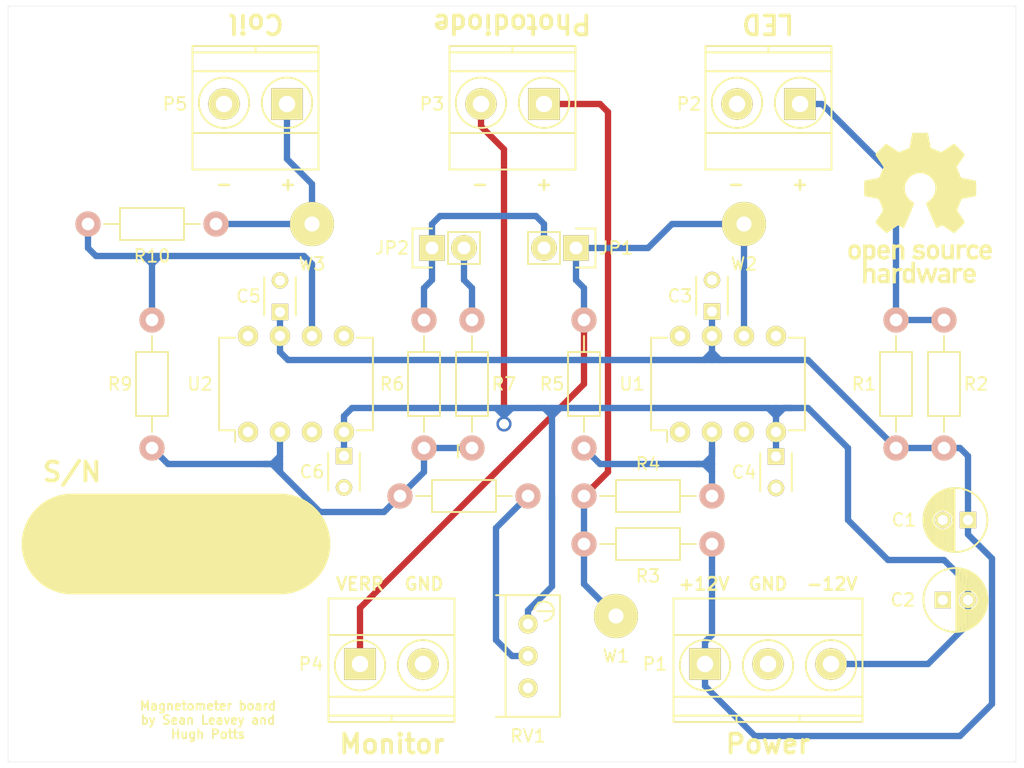
<source format=kicad_pcb>
(kicad_pcb (version 4) (host pcbnew 4.0.4+dfsg1-stable)

  (general
    (links 50)
    (no_connects 0)
    (area 111.188286 71.12 199.235001 132.080001)
    (thickness 1.6)
    (drawings 19)
    (tracks 151)
    (zones 0)
    (modules 31)
    (nets 14)
  )

  (page A4)
  (layers
    (0 F.Cu signal)
    (31 B.Cu signal)
    (32 B.Adhes user)
    (33 F.Adhes user)
    (34 B.Paste user)
    (35 F.Paste user)
    (36 B.SilkS user)
    (37 F.SilkS user)
    (38 B.Mask user)
    (39 F.Mask user)
    (40 Dwgs.User user)
    (41 Cmts.User user)
    (42 Eco1.User user)
    (43 Eco2.User user)
    (44 Edge.Cuts user)
    (45 Margin user)
    (46 B.CrtYd user)
    (47 F.CrtYd user)
    (48 B.Fab user)
    (49 F.Fab user)
  )

  (setup
    (last_trace_width 0.5)
    (trace_clearance 0.2)
    (zone_clearance 0.508)
    (zone_45_only no)
    (trace_min 0.2)
    (segment_width 0.2)
    (edge_width 0.15)
    (via_size 1.2)
    (via_drill 0.8)
    (via_min_size 0.4)
    (via_min_drill 0.3)
    (uvia_size 0.3)
    (uvia_drill 0.1)
    (uvias_allowed no)
    (uvia_min_size 0.2)
    (uvia_min_drill 0.1)
    (pcb_text_width 0.3)
    (pcb_text_size 1.5 1.5)
    (mod_edge_width 0.15)
    (mod_text_size 1 1)
    (mod_text_width 0.15)
    (pad_size 2.5 2.5)
    (pad_drill 1.3)
    (pad_to_mask_clearance 0.2)
    (aux_axis_origin 0 0)
    (visible_elements FFFFFF7F)
    (pcbplotparams
      (layerselection 0x00030_80000001)
      (usegerberextensions false)
      (excludeedgelayer true)
      (linewidth 0.100000)
      (plotframeref false)
      (viasonmask false)
      (mode 1)
      (useauxorigin false)
      (hpglpennumber 1)
      (hpglpenspeed 20)
      (hpglpendiameter 15)
      (hpglpenoverlay 2)
      (psnegative false)
      (psa4output false)
      (plotreference true)
      (plotvalue true)
      (plotinvisibletext false)
      (padsonsilk false)
      (subtractmaskfromsilk false)
      (outputformat 1)
      (mirror false)
      (drillshape 1)
      (scaleselection 1)
      (outputdirectory ""))
  )

  (net 0 "")
  (net 1 +12VA)
  (net 2 GND)
  (net 3 -12VA)
  (net 4 "Net-(JP1-Pad1)")
  (net 5 "Net-(JP1-Pad2)")
  (net 6 "Net-(JP2-Pad2)")
  (net 7 "Net-(P2-Pad1)")
  (net 8 "Net-(P3-Pad1)")
  (net 9 "Net-(P5-Pad1)")
  (net 10 "Net-(R4-Pad1)")
  (net 11 "Net-(R6-Pad1)")
  (net 12 "Net-(R8-Pad2)")
  (net 13 "Net-(R10-Pad2)")

  (net_class Default "This is the default net class."
    (clearance 0.2)
    (trace_width 0.5)
    (via_dia 1.2)
    (via_drill 0.8)
    (uvia_dia 0.3)
    (uvia_drill 0.1)
    (add_net +12VA)
    (add_net -12VA)
    (add_net GND)
    (add_net "Net-(JP1-Pad1)")
    (add_net "Net-(JP1-Pad2)")
    (add_net "Net-(JP2-Pad2)")
    (add_net "Net-(P2-Pad1)")
    (add_net "Net-(P3-Pad1)")
    (add_net "Net-(P5-Pad1)")
    (add_net "Net-(R10-Pad2)")
    (add_net "Net-(R4-Pad1)")
    (add_net "Net-(R6-Pad1)")
    (add_net "Net-(R8-Pad2)")
  )

  (module Capacitors_ThroughHole:C_Radial_D5_L11_P2 (layer F.Cu) (tedit 0) (tstamp 59E0A2C5)
    (at 188.595 112.395 180)
    (descr "Radial Electrolytic Capacitor 5mm x Length 11mm, Pitch 2mm")
    (tags "Electrolytic Capacitor")
    (path /59E283F8)
    (fp_text reference C1 (at 5.08 0 180) (layer F.SilkS)
      (effects (font (size 1 1) (thickness 0.15)))
    )
    (fp_text value 1u (at 1 0 180) (layer F.Fab)
      (effects (font (size 1 1) (thickness 0.15)))
    )
    (fp_line (start 1.075 -2.499) (end 1.075 2.499) (layer F.SilkS) (width 0.15))
    (fp_line (start 1.215 -2.491) (end 1.215 -0.154) (layer F.SilkS) (width 0.15))
    (fp_line (start 1.215 0.154) (end 1.215 2.491) (layer F.SilkS) (width 0.15))
    (fp_line (start 1.355 -2.475) (end 1.355 -0.473) (layer F.SilkS) (width 0.15))
    (fp_line (start 1.355 0.473) (end 1.355 2.475) (layer F.SilkS) (width 0.15))
    (fp_line (start 1.495 -2.451) (end 1.495 -0.62) (layer F.SilkS) (width 0.15))
    (fp_line (start 1.495 0.62) (end 1.495 2.451) (layer F.SilkS) (width 0.15))
    (fp_line (start 1.635 -2.418) (end 1.635 -0.712) (layer F.SilkS) (width 0.15))
    (fp_line (start 1.635 0.712) (end 1.635 2.418) (layer F.SilkS) (width 0.15))
    (fp_line (start 1.775 -2.377) (end 1.775 -0.768) (layer F.SilkS) (width 0.15))
    (fp_line (start 1.775 0.768) (end 1.775 2.377) (layer F.SilkS) (width 0.15))
    (fp_line (start 1.915 -2.327) (end 1.915 -0.795) (layer F.SilkS) (width 0.15))
    (fp_line (start 1.915 0.795) (end 1.915 2.327) (layer F.SilkS) (width 0.15))
    (fp_line (start 2.055 -2.266) (end 2.055 -0.798) (layer F.SilkS) (width 0.15))
    (fp_line (start 2.055 0.798) (end 2.055 2.266) (layer F.SilkS) (width 0.15))
    (fp_line (start 2.195 -2.196) (end 2.195 -0.776) (layer F.SilkS) (width 0.15))
    (fp_line (start 2.195 0.776) (end 2.195 2.196) (layer F.SilkS) (width 0.15))
    (fp_line (start 2.335 -2.114) (end 2.335 -0.726) (layer F.SilkS) (width 0.15))
    (fp_line (start 2.335 0.726) (end 2.335 2.114) (layer F.SilkS) (width 0.15))
    (fp_line (start 2.475 -2.019) (end 2.475 -0.644) (layer F.SilkS) (width 0.15))
    (fp_line (start 2.475 0.644) (end 2.475 2.019) (layer F.SilkS) (width 0.15))
    (fp_line (start 2.615 -1.908) (end 2.615 -0.512) (layer F.SilkS) (width 0.15))
    (fp_line (start 2.615 0.512) (end 2.615 1.908) (layer F.SilkS) (width 0.15))
    (fp_line (start 2.755 -1.78) (end 2.755 -0.265) (layer F.SilkS) (width 0.15))
    (fp_line (start 2.755 0.265) (end 2.755 1.78) (layer F.SilkS) (width 0.15))
    (fp_line (start 2.895 -1.631) (end 2.895 1.631) (layer F.SilkS) (width 0.15))
    (fp_line (start 3.035 -1.452) (end 3.035 1.452) (layer F.SilkS) (width 0.15))
    (fp_line (start 3.175 -1.233) (end 3.175 1.233) (layer F.SilkS) (width 0.15))
    (fp_line (start 3.315 -0.944) (end 3.315 0.944) (layer F.SilkS) (width 0.15))
    (fp_line (start 3.455 -0.472) (end 3.455 0.472) (layer F.SilkS) (width 0.15))
    (fp_circle (center 2 0) (end 2 -0.8) (layer F.SilkS) (width 0.15))
    (fp_circle (center 1 0) (end 1 -2.5375) (layer F.SilkS) (width 0.15))
    (fp_circle (center 1 0) (end 1 -2.8) (layer F.CrtYd) (width 0.05))
    (pad 1 thru_hole rect (at 0 0 180) (size 1.3 1.3) (drill 0.8) (layers *.Cu *.Mask F.SilkS)
      (net 1 +12VA))
    (pad 2 thru_hole circle (at 2 0 180) (size 1.3 1.3) (drill 0.8) (layers *.Cu *.Mask F.SilkS)
      (net 2 GND))
    (model Capacitors_ThroughHole.3dshapes/C_Radial_D5_L11_P2.wrl
      (at (xyz 0 0 0))
      (scale (xyz 1 1 1))
      (rotate (xyz 0 0 0))
    )
  )

  (module Capacitors_ThroughHole:C_Radial_D5_L11_P2 (layer F.Cu) (tedit 0) (tstamp 59E0A2CB)
    (at 186.595 118.745)
    (descr "Radial Electrolytic Capacitor 5mm x Length 11mm, Pitch 2mm")
    (tags "Electrolytic Capacitor")
    (path /59E2878E)
    (fp_text reference C2 (at -3.175 0) (layer F.SilkS)
      (effects (font (size 1 1) (thickness 0.15)))
    )
    (fp_text value 1u (at 1 0) (layer F.Fab)
      (effects (font (size 1 1) (thickness 0.15)))
    )
    (fp_line (start 1.075 -2.499) (end 1.075 2.499) (layer F.SilkS) (width 0.15))
    (fp_line (start 1.215 -2.491) (end 1.215 -0.154) (layer F.SilkS) (width 0.15))
    (fp_line (start 1.215 0.154) (end 1.215 2.491) (layer F.SilkS) (width 0.15))
    (fp_line (start 1.355 -2.475) (end 1.355 -0.473) (layer F.SilkS) (width 0.15))
    (fp_line (start 1.355 0.473) (end 1.355 2.475) (layer F.SilkS) (width 0.15))
    (fp_line (start 1.495 -2.451) (end 1.495 -0.62) (layer F.SilkS) (width 0.15))
    (fp_line (start 1.495 0.62) (end 1.495 2.451) (layer F.SilkS) (width 0.15))
    (fp_line (start 1.635 -2.418) (end 1.635 -0.712) (layer F.SilkS) (width 0.15))
    (fp_line (start 1.635 0.712) (end 1.635 2.418) (layer F.SilkS) (width 0.15))
    (fp_line (start 1.775 -2.377) (end 1.775 -0.768) (layer F.SilkS) (width 0.15))
    (fp_line (start 1.775 0.768) (end 1.775 2.377) (layer F.SilkS) (width 0.15))
    (fp_line (start 1.915 -2.327) (end 1.915 -0.795) (layer F.SilkS) (width 0.15))
    (fp_line (start 1.915 0.795) (end 1.915 2.327) (layer F.SilkS) (width 0.15))
    (fp_line (start 2.055 -2.266) (end 2.055 -0.798) (layer F.SilkS) (width 0.15))
    (fp_line (start 2.055 0.798) (end 2.055 2.266) (layer F.SilkS) (width 0.15))
    (fp_line (start 2.195 -2.196) (end 2.195 -0.776) (layer F.SilkS) (width 0.15))
    (fp_line (start 2.195 0.776) (end 2.195 2.196) (layer F.SilkS) (width 0.15))
    (fp_line (start 2.335 -2.114) (end 2.335 -0.726) (layer F.SilkS) (width 0.15))
    (fp_line (start 2.335 0.726) (end 2.335 2.114) (layer F.SilkS) (width 0.15))
    (fp_line (start 2.475 -2.019) (end 2.475 -0.644) (layer F.SilkS) (width 0.15))
    (fp_line (start 2.475 0.644) (end 2.475 2.019) (layer F.SilkS) (width 0.15))
    (fp_line (start 2.615 -1.908) (end 2.615 -0.512) (layer F.SilkS) (width 0.15))
    (fp_line (start 2.615 0.512) (end 2.615 1.908) (layer F.SilkS) (width 0.15))
    (fp_line (start 2.755 -1.78) (end 2.755 -0.265) (layer F.SilkS) (width 0.15))
    (fp_line (start 2.755 0.265) (end 2.755 1.78) (layer F.SilkS) (width 0.15))
    (fp_line (start 2.895 -1.631) (end 2.895 1.631) (layer F.SilkS) (width 0.15))
    (fp_line (start 3.035 -1.452) (end 3.035 1.452) (layer F.SilkS) (width 0.15))
    (fp_line (start 3.175 -1.233) (end 3.175 1.233) (layer F.SilkS) (width 0.15))
    (fp_line (start 3.315 -0.944) (end 3.315 0.944) (layer F.SilkS) (width 0.15))
    (fp_line (start 3.455 -0.472) (end 3.455 0.472) (layer F.SilkS) (width 0.15))
    (fp_circle (center 2 0) (end 2 -0.8) (layer F.SilkS) (width 0.15))
    (fp_circle (center 1 0) (end 1 -2.5375) (layer F.SilkS) (width 0.15))
    (fp_circle (center 1 0) (end 1 -2.8) (layer F.CrtYd) (width 0.05))
    (pad 1 thru_hole rect (at 0 0) (size 1.3 1.3) (drill 0.8) (layers *.Cu *.Mask F.SilkS)
      (net 2 GND))
    (pad 2 thru_hole circle (at 2 0) (size 1.3 1.3) (drill 0.8) (layers *.Cu *.Mask F.SilkS)
      (net 3 -12VA))
    (model Capacitors_ThroughHole.3dshapes/C_Radial_D5_L11_P2.wrl
      (at (xyz 0 0 0))
      (scale (xyz 1 1 1))
      (rotate (xyz 0 0 0))
    )
  )

  (module Capacitors_ThroughHole:C_Disc_D3_P2.5 (layer F.Cu) (tedit 0) (tstamp 59E0A2D1)
    (at 168.275 95.845 90)
    (descr "Capacitor 3mm Disc, Pitch 2.5mm")
    (tags Capacitor)
    (path /59E1ECAA)
    (fp_text reference C3 (at 1.23 -2.54 180) (layer F.SilkS)
      (effects (font (size 1 1) (thickness 0.15)))
    )
    (fp_text value 100n (at 1.23 0 90) (layer F.Fab)
      (effects (font (size 1 1) (thickness 0.15)))
    )
    (fp_line (start -0.9 -1.5) (end 3.4 -1.5) (layer F.CrtYd) (width 0.05))
    (fp_line (start 3.4 -1.5) (end 3.4 1.5) (layer F.CrtYd) (width 0.05))
    (fp_line (start 3.4 1.5) (end -0.9 1.5) (layer F.CrtYd) (width 0.05))
    (fp_line (start -0.9 1.5) (end -0.9 -1.5) (layer F.CrtYd) (width 0.05))
    (fp_line (start -0.25 -1.25) (end 2.75 -1.25) (layer F.SilkS) (width 0.15))
    (fp_line (start 2.75 1.25) (end -0.25 1.25) (layer F.SilkS) (width 0.15))
    (pad 1 thru_hole rect (at 0 0 90) (size 1.3 1.3) (drill 0.8) (layers *.Cu *.Mask F.SilkS)
      (net 1 +12VA))
    (pad 2 thru_hole circle (at 2.5 0 90) (size 1.3 1.3) (drill 0.8001) (layers *.Cu *.Mask F.SilkS)
      (net 2 GND))
    (model Capacitors_ThroughHole.3dshapes/C_Disc_D3_P2.5.wrl
      (at (xyz 0.0492126 0 0))
      (scale (xyz 1 1 1))
      (rotate (xyz 0 0 0))
    )
  )

  (module Capacitors_ThroughHole:C_Disc_D3_P2.5 (layer F.Cu) (tedit 0) (tstamp 59E0A2D7)
    (at 173.355 107.355 270)
    (descr "Capacitor 3mm Disc, Pitch 2.5mm")
    (tags Capacitor)
    (path /59E20FD0)
    (fp_text reference C4 (at 1.25 2.54 360) (layer F.SilkS)
      (effects (font (size 1 1) (thickness 0.15)))
    )
    (fp_text value 100n (at 1.25 0 270) (layer F.Fab)
      (effects (font (size 1 1) (thickness 0.15)))
    )
    (fp_line (start -0.9 -1.5) (end 3.4 -1.5) (layer F.CrtYd) (width 0.05))
    (fp_line (start 3.4 -1.5) (end 3.4 1.5) (layer F.CrtYd) (width 0.05))
    (fp_line (start 3.4 1.5) (end -0.9 1.5) (layer F.CrtYd) (width 0.05))
    (fp_line (start -0.9 1.5) (end -0.9 -1.5) (layer F.CrtYd) (width 0.05))
    (fp_line (start -0.25 -1.25) (end 2.75 -1.25) (layer F.SilkS) (width 0.15))
    (fp_line (start 2.75 1.25) (end -0.25 1.25) (layer F.SilkS) (width 0.15))
    (pad 1 thru_hole rect (at 0 0 270) (size 1.3 1.3) (drill 0.8) (layers *.Cu *.Mask F.SilkS)
      (net 3 -12VA))
    (pad 2 thru_hole circle (at 2.5 0 270) (size 1.3 1.3) (drill 0.8001) (layers *.Cu *.Mask F.SilkS)
      (net 2 GND))
    (model Capacitors_ThroughHole.3dshapes/C_Disc_D3_P2.5.wrl
      (at (xyz 0.0492126 0 0))
      (scale (xyz 1 1 1))
      (rotate (xyz 0 0 0))
    )
  )

  (module Capacitors_ThroughHole:C_Disc_D3_P2.5 (layer F.Cu) (tedit 0) (tstamp 59E0A2DD)
    (at 133.985 95.885 90)
    (descr "Capacitor 3mm Disc, Pitch 2.5mm")
    (tags Capacitor)
    (path /59E22A56)
    (fp_text reference C5 (at 1.25 -2.5 180) (layer F.SilkS)
      (effects (font (size 1 1) (thickness 0.15)))
    )
    (fp_text value 100n (at 1.27 0 90) (layer F.Fab)
      (effects (font (size 1 1) (thickness 0.15)))
    )
    (fp_line (start -0.9 -1.5) (end 3.4 -1.5) (layer F.CrtYd) (width 0.05))
    (fp_line (start 3.4 -1.5) (end 3.4 1.5) (layer F.CrtYd) (width 0.05))
    (fp_line (start 3.4 1.5) (end -0.9 1.5) (layer F.CrtYd) (width 0.05))
    (fp_line (start -0.9 1.5) (end -0.9 -1.5) (layer F.CrtYd) (width 0.05))
    (fp_line (start -0.25 -1.25) (end 2.75 -1.25) (layer F.SilkS) (width 0.15))
    (fp_line (start 2.75 1.25) (end -0.25 1.25) (layer F.SilkS) (width 0.15))
    (pad 1 thru_hole rect (at 0 0 90) (size 1.3 1.3) (drill 0.8) (layers *.Cu *.Mask F.SilkS)
      (net 1 +12VA))
    (pad 2 thru_hole circle (at 2.5 0 90) (size 1.3 1.3) (drill 0.8001) (layers *.Cu *.Mask F.SilkS)
      (net 2 GND))
    (model Capacitors_ThroughHole.3dshapes/C_Disc_D3_P2.5.wrl
      (at (xyz 0.0492126 0 0))
      (scale (xyz 1 1 1))
      (rotate (xyz 0 0 0))
    )
  )

  (module Capacitors_ThroughHole:C_Disc_D3_P2.5 (layer F.Cu) (tedit 0) (tstamp 59E0A2E3)
    (at 139.065 107.315 270)
    (descr "Capacitor 3mm Disc, Pitch 2.5mm")
    (tags Capacitor)
    (path /59E23D70)
    (fp_text reference C6 (at 1.25 2.54 360) (layer F.SilkS)
      (effects (font (size 1 1) (thickness 0.15)))
    )
    (fp_text value 100n (at 1.25 0 270) (layer F.Fab)
      (effects (font (size 1 1) (thickness 0.15)))
    )
    (fp_line (start -0.9 -1.5) (end 3.4 -1.5) (layer F.CrtYd) (width 0.05))
    (fp_line (start 3.4 -1.5) (end 3.4 1.5) (layer F.CrtYd) (width 0.05))
    (fp_line (start 3.4 1.5) (end -0.9 1.5) (layer F.CrtYd) (width 0.05))
    (fp_line (start -0.9 1.5) (end -0.9 -1.5) (layer F.CrtYd) (width 0.05))
    (fp_line (start -0.25 -1.25) (end 2.75 -1.25) (layer F.SilkS) (width 0.15))
    (fp_line (start 2.75 1.25) (end -0.25 1.25) (layer F.SilkS) (width 0.15))
    (pad 1 thru_hole rect (at 0 0 270) (size 1.3 1.3) (drill 0.8) (layers *.Cu *.Mask F.SilkS)
      (net 3 -12VA))
    (pad 2 thru_hole circle (at 2.5 0 270) (size 1.3 1.3) (drill 0.8001) (layers *.Cu *.Mask F.SilkS)
      (net 2 GND))
    (model Capacitors_ThroughHole.3dshapes/C_Disc_D3_P2.5.wrl
      (at (xyz 0.0492126 0 0))
      (scale (xyz 1 1 1))
      (rotate (xyz 0 0 0))
    )
  )

  (module Pin_Headers:Pin_Header_Straight_1x02 (layer F.Cu) (tedit 59EB0877) (tstamp 59E0A2E9)
    (at 157.48 90.805 270)
    (descr "Through hole pin header")
    (tags "pin header")
    (path /59E0AD1D)
    (fp_text reference JP1 (at 0 -3.175 360) (layer F.SilkS)
      (effects (font (size 1 1) (thickness 0.15)))
    )
    (fp_text value Feedback (at -2.54 1.27 360) (layer F.Fab)
      (effects (font (size 1 1) (thickness 0.15)))
    )
    (fp_line (start 1.27 1.27) (end 1.27 3.81) (layer F.SilkS) (width 0.15))
    (fp_line (start 1.55 -1.55) (end 1.55 0) (layer F.SilkS) (width 0.15))
    (fp_line (start -1.75 -1.75) (end -1.75 4.3) (layer F.CrtYd) (width 0.05))
    (fp_line (start 1.75 -1.75) (end 1.75 4.3) (layer F.CrtYd) (width 0.05))
    (fp_line (start -1.75 -1.75) (end 1.75 -1.75) (layer F.CrtYd) (width 0.05))
    (fp_line (start -1.75 4.3) (end 1.75 4.3) (layer F.CrtYd) (width 0.05))
    (fp_line (start 1.27 1.27) (end -1.27 1.27) (layer F.SilkS) (width 0.15))
    (fp_line (start -1.55 0) (end -1.55 -1.55) (layer F.SilkS) (width 0.15))
    (fp_line (start -1.55 -1.55) (end 1.55 -1.55) (layer F.SilkS) (width 0.15))
    (fp_line (start -1.27 1.27) (end -1.27 3.81) (layer F.SilkS) (width 0.15))
    (fp_line (start -1.27 3.81) (end 1.27 3.81) (layer F.SilkS) (width 0.15))
    (pad 1 thru_hole rect (at 0 0 270) (size 2.032 2.032) (drill 1.016) (layers *.Cu *.Mask F.SilkS)
      (net 4 "Net-(JP1-Pad1)"))
    (pad 2 thru_hole oval (at 0 2.54 270) (size 2.032 2.032) (drill 1.016) (layers *.Cu *.Mask F.SilkS)
      (net 5 "Net-(JP1-Pad2)"))
    (model Pin_Headers.3dshapes/Pin_Header_Straight_1x02.wrl
      (at (xyz 0 -0.05 0))
      (scale (xyz 1 1 1))
      (rotate (xyz 0 0 90))
    )
  )

  (module Pin_Headers:Pin_Header_Straight_1x02 (layer F.Cu) (tedit 59EB0871) (tstamp 59E0A2EF)
    (at 146.05 90.805 90)
    (descr "Through hole pin header")
    (tags "pin header")
    (path /59E0D128)
    (fp_text reference JP2 (at 0 -3.175 180) (layer F.SilkS)
      (effects (font (size 1 1) (thickness 0.15)))
    )
    (fp_text value Lock (at 2.54 1.27 180) (layer F.Fab)
      (effects (font (size 1 1) (thickness 0.15)))
    )
    (fp_line (start 1.27 1.27) (end 1.27 3.81) (layer F.SilkS) (width 0.15))
    (fp_line (start 1.55 -1.55) (end 1.55 0) (layer F.SilkS) (width 0.15))
    (fp_line (start -1.75 -1.75) (end -1.75 4.3) (layer F.CrtYd) (width 0.05))
    (fp_line (start 1.75 -1.75) (end 1.75 4.3) (layer F.CrtYd) (width 0.05))
    (fp_line (start -1.75 -1.75) (end 1.75 -1.75) (layer F.CrtYd) (width 0.05))
    (fp_line (start -1.75 4.3) (end 1.75 4.3) (layer F.CrtYd) (width 0.05))
    (fp_line (start 1.27 1.27) (end -1.27 1.27) (layer F.SilkS) (width 0.15))
    (fp_line (start -1.55 0) (end -1.55 -1.55) (layer F.SilkS) (width 0.15))
    (fp_line (start -1.55 -1.55) (end 1.55 -1.55) (layer F.SilkS) (width 0.15))
    (fp_line (start -1.27 1.27) (end -1.27 3.81) (layer F.SilkS) (width 0.15))
    (fp_line (start -1.27 3.81) (end 1.27 3.81) (layer F.SilkS) (width 0.15))
    (pad 1 thru_hole rect (at 0 0 90) (size 2.032 2.032) (drill 1.016) (layers *.Cu *.Mask F.SilkS)
      (net 5 "Net-(JP1-Pad2)"))
    (pad 2 thru_hole oval (at 0 2.54 90) (size 2.032 2.032) (drill 1.016) (layers *.Cu *.Mask F.SilkS)
      (net 6 "Net-(JP2-Pad2)"))
    (model Pin_Headers.3dshapes/Pin_Header_Straight_1x02.wrl
      (at (xyz 0 -0.05 0))
      (scale (xyz 1 1 1))
      (rotate (xyz 0 0 90))
    )
  )

  (module Terminal_Blocks:TerminalBlock_Pheonix_MKDS1.5-3pol (layer F.Cu) (tedit 5630081E) (tstamp 59E0A2F6)
    (at 167.72 123.825)
    (descr "3-way 5mm pitch terminal block, Phoenix MKDS series")
    (path /59E07398)
    (fp_text reference P1 (at -3.97 0) (layer F.SilkS)
      (effects (font (size 1 1) (thickness 0.15)))
    )
    (fp_text value Power (at 4.92 -3.81) (layer F.Fab)
      (effects (font (size 1 1) (thickness 0.15)))
    )
    (fp_line (start -2.7 4.8) (end -2.7 -5.4) (layer F.CrtYd) (width 0.05))
    (fp_line (start 12.7 4.8) (end -2.7 4.8) (layer F.CrtYd) (width 0.05))
    (fp_line (start 12.7 -5.4) (end 12.7 4.8) (layer F.CrtYd) (width 0.05))
    (fp_line (start -2.7 -5.4) (end 12.7 -5.4) (layer F.CrtYd) (width 0.05))
    (fp_circle (center 10 0.1) (end 8 0.1) (layer F.SilkS) (width 0.15))
    (fp_line (start 7.5 4.1) (end 7.5 4.6) (layer F.SilkS) (width 0.15))
    (fp_line (start 2.5 4.1) (end 2.5 4.6) (layer F.SilkS) (width 0.15))
    (fp_circle (center 5 0.1) (end 3 0.1) (layer F.SilkS) (width 0.15))
    (fp_circle (center 0 0.1) (end 2 0.1) (layer F.SilkS) (width 0.15))
    (fp_line (start -2.5 2.6) (end 12.5 2.6) (layer F.SilkS) (width 0.15))
    (fp_line (start -2.5 -2.3) (end 12.5 -2.3) (layer F.SilkS) (width 0.15))
    (fp_line (start -2.5 4.1) (end 12.5 4.1) (layer F.SilkS) (width 0.15))
    (fp_line (start -2.5 4.6) (end 12.5 4.6) (layer F.SilkS) (width 0.15))
    (fp_line (start 12.5 4.6) (end 12.5 -5.2) (layer F.SilkS) (width 0.15))
    (fp_line (start 12.5 -5.2) (end -2.5 -5.2) (layer F.SilkS) (width 0.15))
    (fp_line (start -2.5 -5.2) (end -2.5 4.6) (layer F.SilkS) (width 0.15))
    (pad 3 thru_hole circle (at 10 0) (size 2.5 2.5) (drill 1.3) (layers *.Cu *.Mask F.SilkS)
      (net 3 -12VA))
    (pad 1 thru_hole rect (at 0 0) (size 2.5 2.5) (drill 1.3) (layers *.Cu *.Mask F.SilkS)
      (net 1 +12VA))
    (pad 2 thru_hole circle (at 5 0) (size 2.5 2.5) (drill 1.3) (layers *.Cu *.Mask F.SilkS)
      (net 2 GND))
    (model Terminal_Blocks.3dshapes/TerminalBlock_Pheonix_MKDS1.5-3pol.wrl
      (at (xyz 0.1968 0 0))
      (scale (xyz 1 1 1))
      (rotate (xyz 0 0 0))
    )
  )

  (module Terminal_Blocks:TerminalBlock_Pheonix_MKDS1.5-2pol (layer F.Cu) (tedit 563007E4) (tstamp 59E0A2FC)
    (at 175.26 79.375 180)
    (descr "2-way 5mm pitch terminal block, Phoenix MKDS series")
    (path /59E08BCB)
    (fp_text reference P2 (at 8.81 0 180) (layer F.SilkS)
      (effects (font (size 1 1) (thickness 0.15)))
    )
    (fp_text value LED (at 2.5 -3.81 180) (layer F.Fab)
      (effects (font (size 1 1) (thickness 0.15)))
    )
    (fp_line (start -2.7 -5.4) (end 7.7 -5.4) (layer F.CrtYd) (width 0.05))
    (fp_line (start -2.7 4.8) (end -2.7 -5.4) (layer F.CrtYd) (width 0.05))
    (fp_line (start 7.7 4.8) (end -2.7 4.8) (layer F.CrtYd) (width 0.05))
    (fp_line (start 7.7 -5.4) (end 7.7 4.8) (layer F.CrtYd) (width 0.05))
    (fp_line (start 2.5 4.1) (end 2.5 4.6) (layer F.SilkS) (width 0.15))
    (fp_circle (center 5 0.1) (end 3 0.1) (layer F.SilkS) (width 0.15))
    (fp_circle (center 0 0.1) (end 2 0.1) (layer F.SilkS) (width 0.15))
    (fp_line (start -2.5 2.6) (end 7.5 2.6) (layer F.SilkS) (width 0.15))
    (fp_line (start -2.5 -2.3) (end 7.5 -2.3) (layer F.SilkS) (width 0.15))
    (fp_line (start -2.5 4.1) (end 7.5 4.1) (layer F.SilkS) (width 0.15))
    (fp_line (start -2.5 4.6) (end 7.5 4.6) (layer F.SilkS) (width 0.15))
    (fp_line (start 7.5 4.6) (end 7.5 -5.2) (layer F.SilkS) (width 0.15))
    (fp_line (start 7.5 -5.2) (end -2.5 -5.2) (layer F.SilkS) (width 0.15))
    (fp_line (start -2.5 -5.2) (end -2.5 4.6) (layer F.SilkS) (width 0.15))
    (pad 1 thru_hole rect (at 0 0 180) (size 2.5 2.5) (drill 1.3) (layers *.Cu *.Mask F.SilkS)
      (net 7 "Net-(P2-Pad1)"))
    (pad 2 thru_hole circle (at 5 0 180) (size 2.5 2.5) (drill 1.3) (layers *.Cu *.Mask F.SilkS)
      (net 2 GND))
    (model Terminal_Blocks.3dshapes/TerminalBlock_Pheonix_MKDS1.5-2pol.wrl
      (at (xyz 0.0984 0 0))
      (scale (xyz 1 1 1))
      (rotate (xyz 0 0 0))
    )
  )

  (module Terminal_Blocks:TerminalBlock_Pheonix_MKDS1.5-2pol (layer F.Cu) (tedit 563007E4) (tstamp 59E0A302)
    (at 154.94 79.375 180)
    (descr "2-way 5mm pitch terminal block, Phoenix MKDS series")
    (path /59E0C8DA)
    (fp_text reference P3 (at 8.89 0 180) (layer F.SilkS)
      (effects (font (size 1 1) (thickness 0.15)))
    )
    (fp_text value Photodiode (at 2.5 -3.81 180) (layer F.Fab)
      (effects (font (size 1 1) (thickness 0.15)))
    )
    (fp_line (start -2.7 -5.4) (end 7.7 -5.4) (layer F.CrtYd) (width 0.05))
    (fp_line (start -2.7 4.8) (end -2.7 -5.4) (layer F.CrtYd) (width 0.05))
    (fp_line (start 7.7 4.8) (end -2.7 4.8) (layer F.CrtYd) (width 0.05))
    (fp_line (start 7.7 -5.4) (end 7.7 4.8) (layer F.CrtYd) (width 0.05))
    (fp_line (start 2.5 4.1) (end 2.5 4.6) (layer F.SilkS) (width 0.15))
    (fp_circle (center 5 0.1) (end 3 0.1) (layer F.SilkS) (width 0.15))
    (fp_circle (center 0 0.1) (end 2 0.1) (layer F.SilkS) (width 0.15))
    (fp_line (start -2.5 2.6) (end 7.5 2.6) (layer F.SilkS) (width 0.15))
    (fp_line (start -2.5 -2.3) (end 7.5 -2.3) (layer F.SilkS) (width 0.15))
    (fp_line (start -2.5 4.1) (end 7.5 4.1) (layer F.SilkS) (width 0.15))
    (fp_line (start -2.5 4.6) (end 7.5 4.6) (layer F.SilkS) (width 0.15))
    (fp_line (start 7.5 4.6) (end 7.5 -5.2) (layer F.SilkS) (width 0.15))
    (fp_line (start 7.5 -5.2) (end -2.5 -5.2) (layer F.SilkS) (width 0.15))
    (fp_line (start -2.5 -5.2) (end -2.5 4.6) (layer F.SilkS) (width 0.15))
    (pad 1 thru_hole rect (at 0 0 180) (size 2.5 2.5) (drill 1.3) (layers *.Cu *.Mask F.SilkS)
      (net 8 "Net-(P3-Pad1)"))
    (pad 2 thru_hole circle (at 5 0 180) (size 2.5 2.5) (drill 1.3) (layers *.Cu *.Mask F.SilkS)
      (net 3 -12VA))
    (model Terminal_Blocks.3dshapes/TerminalBlock_Pheonix_MKDS1.5-2pol.wrl
      (at (xyz 0.0984 0 0))
      (scale (xyz 1 1 1))
      (rotate (xyz 0 0 0))
    )
  )

  (module Terminal_Blocks:TerminalBlock_Pheonix_MKDS1.5-2pol (layer F.Cu) (tedit 563007E4) (tstamp 59E0A308)
    (at 140.335 123.825)
    (descr "2-way 5mm pitch terminal block, Phoenix MKDS series")
    (path /59E0A38F)
    (fp_text reference P4 (at -3.89 0) (layer F.SilkS)
      (effects (font (size 1 1) (thickness 0.15)))
    )
    (fp_text value Monitor (at 2.46 -3.81) (layer F.Fab)
      (effects (font (size 1 1) (thickness 0.15)))
    )
    (fp_line (start -2.7 -5.4) (end 7.7 -5.4) (layer F.CrtYd) (width 0.05))
    (fp_line (start -2.7 4.8) (end -2.7 -5.4) (layer F.CrtYd) (width 0.05))
    (fp_line (start 7.7 4.8) (end -2.7 4.8) (layer F.CrtYd) (width 0.05))
    (fp_line (start 7.7 -5.4) (end 7.7 4.8) (layer F.CrtYd) (width 0.05))
    (fp_line (start 2.5 4.1) (end 2.5 4.6) (layer F.SilkS) (width 0.15))
    (fp_circle (center 5 0.1) (end 3 0.1) (layer F.SilkS) (width 0.15))
    (fp_circle (center 0 0.1) (end 2 0.1) (layer F.SilkS) (width 0.15))
    (fp_line (start -2.5 2.6) (end 7.5 2.6) (layer F.SilkS) (width 0.15))
    (fp_line (start -2.5 -2.3) (end 7.5 -2.3) (layer F.SilkS) (width 0.15))
    (fp_line (start -2.5 4.1) (end 7.5 4.1) (layer F.SilkS) (width 0.15))
    (fp_line (start -2.5 4.6) (end 7.5 4.6) (layer F.SilkS) (width 0.15))
    (fp_line (start 7.5 4.6) (end 7.5 -5.2) (layer F.SilkS) (width 0.15))
    (fp_line (start 7.5 -5.2) (end -2.5 -5.2) (layer F.SilkS) (width 0.15))
    (fp_line (start -2.5 -5.2) (end -2.5 4.6) (layer F.SilkS) (width 0.15))
    (pad 1 thru_hole rect (at 0 0) (size 2.5 2.5) (drill 1.3) (layers *.Cu *.Mask F.SilkS)
      (net 4 "Net-(JP1-Pad1)"))
    (pad 2 thru_hole circle (at 5 0) (size 2.5 2.5) (drill 1.3) (layers *.Cu *.Mask F.SilkS)
      (net 2 GND))
    (model Terminal_Blocks.3dshapes/TerminalBlock_Pheonix_MKDS1.5-2pol.wrl
      (at (xyz 0.0984 0 0))
      (scale (xyz 1 1 1))
      (rotate (xyz 0 0 0))
    )
  )

  (module Terminal_Blocks:TerminalBlock_Pheonix_MKDS1.5-2pol (layer F.Cu) (tedit 563007E4) (tstamp 59E0A30E)
    (at 134.54 79.375 180)
    (descr "2-way 5mm pitch terminal block, Phoenix MKDS series")
    (path /59E17A95)
    (fp_text reference P5 (at 8.89 0 180) (layer F.SilkS)
      (effects (font (size 1 1) (thickness 0.15)))
    )
    (fp_text value Coil (at 2.54 -3.81 180) (layer F.Fab)
      (effects (font (size 1 1) (thickness 0.15)))
    )
    (fp_line (start -2.7 -5.4) (end 7.7 -5.4) (layer F.CrtYd) (width 0.05))
    (fp_line (start -2.7 4.8) (end -2.7 -5.4) (layer F.CrtYd) (width 0.05))
    (fp_line (start 7.7 4.8) (end -2.7 4.8) (layer F.CrtYd) (width 0.05))
    (fp_line (start 7.7 -5.4) (end 7.7 4.8) (layer F.CrtYd) (width 0.05))
    (fp_line (start 2.5 4.1) (end 2.5 4.6) (layer F.SilkS) (width 0.15))
    (fp_circle (center 5 0.1) (end 3 0.1) (layer F.SilkS) (width 0.15))
    (fp_circle (center 0 0.1) (end 2 0.1) (layer F.SilkS) (width 0.15))
    (fp_line (start -2.5 2.6) (end 7.5 2.6) (layer F.SilkS) (width 0.15))
    (fp_line (start -2.5 -2.3) (end 7.5 -2.3) (layer F.SilkS) (width 0.15))
    (fp_line (start -2.5 4.1) (end 7.5 4.1) (layer F.SilkS) (width 0.15))
    (fp_line (start -2.5 4.6) (end 7.5 4.6) (layer F.SilkS) (width 0.15))
    (fp_line (start 7.5 4.6) (end 7.5 -5.2) (layer F.SilkS) (width 0.15))
    (fp_line (start 7.5 -5.2) (end -2.5 -5.2) (layer F.SilkS) (width 0.15))
    (fp_line (start -2.5 -5.2) (end -2.5 4.6) (layer F.SilkS) (width 0.15))
    (pad 1 thru_hole rect (at 0 0 180) (size 2.5 2.5) (drill 1.3) (layers *.Cu *.Mask F.SilkS)
      (net 9 "Net-(P5-Pad1)"))
    (pad 2 thru_hole circle (at 5 0 180) (size 2.5 2.5) (drill 1.3) (layers *.Cu *.Mask F.SilkS)
      (net 2 GND))
    (model Terminal_Blocks.3dshapes/TerminalBlock_Pheonix_MKDS1.5-2pol.wrl
      (at (xyz 0.0984 0 0))
      (scale (xyz 1 1 1))
      (rotate (xyz 0 0 0))
    )
  )

  (module Resistors_ThroughHole:Resistor_Horizontal_RM10mm (layer F.Cu) (tedit 56648415) (tstamp 59E0A314)
    (at 182.88 106.68 90)
    (descr "Resistor, Axial,  RM 10mm, 1/3W")
    (tags "Resistor Axial RM 10mm 1/3W")
    (path /59E07774)
    (fp_text reference R1 (at 5.08 -2.54 180) (layer F.SilkS)
      (effects (font (size 1 1) (thickness 0.15)))
    )
    (fp_text value 330R (at 5.08 0 90) (layer F.Fab)
      (effects (font (size 1 1) (thickness 0.15)))
    )
    (fp_line (start -1.25 -1.5) (end 11.4 -1.5) (layer F.CrtYd) (width 0.05))
    (fp_line (start -1.25 1.5) (end -1.25 -1.5) (layer F.CrtYd) (width 0.05))
    (fp_line (start 11.4 -1.5) (end 11.4 1.5) (layer F.CrtYd) (width 0.05))
    (fp_line (start -1.25 1.5) (end 11.4 1.5) (layer F.CrtYd) (width 0.05))
    (fp_line (start 2.54 -1.27) (end 7.62 -1.27) (layer F.SilkS) (width 0.15))
    (fp_line (start 7.62 -1.27) (end 7.62 1.27) (layer F.SilkS) (width 0.15))
    (fp_line (start 7.62 1.27) (end 2.54 1.27) (layer F.SilkS) (width 0.15))
    (fp_line (start 2.54 1.27) (end 2.54 -1.27) (layer F.SilkS) (width 0.15))
    (fp_line (start 2.54 0) (end 1.27 0) (layer F.SilkS) (width 0.15))
    (fp_line (start 7.62 0) (end 8.89 0) (layer F.SilkS) (width 0.15))
    (pad 1 thru_hole circle (at 0 0 90) (size 1.99898 1.99898) (drill 1.00076) (layers *.Cu *.SilkS *.Mask)
      (net 1 +12VA))
    (pad 2 thru_hole circle (at 10.16 0 90) (size 1.99898 1.99898) (drill 1.00076) (layers *.Cu *.SilkS *.Mask)
      (net 7 "Net-(P2-Pad1)"))
    (model Resistors_ThroughHole.3dshapes/Resistor_Horizontal_RM10mm.wrl
      (at (xyz 0.2 0 0))
      (scale (xyz 0.4 0.4 0.4))
      (rotate (xyz 0 0 0))
    )
  )

  (module Resistors_ThroughHole:Resistor_Horizontal_RM10mm (layer F.Cu) (tedit 56648415) (tstamp 59E0A31A)
    (at 186.69 106.68 90)
    (descr "Resistor, Axial,  RM 10mm, 1/3W")
    (tags "Resistor Axial RM 10mm 1/3W")
    (path /59E08139)
    (fp_text reference R2 (at 5.08 2.54 180) (layer F.SilkS)
      (effects (font (size 1 1) (thickness 0.15)))
    )
    (fp_text value NP (at 5.08 0 90) (layer F.Fab)
      (effects (font (size 1 1) (thickness 0.15)))
    )
    (fp_line (start -1.25 -1.5) (end 11.4 -1.5) (layer F.CrtYd) (width 0.05))
    (fp_line (start -1.25 1.5) (end -1.25 -1.5) (layer F.CrtYd) (width 0.05))
    (fp_line (start 11.4 -1.5) (end 11.4 1.5) (layer F.CrtYd) (width 0.05))
    (fp_line (start -1.25 1.5) (end 11.4 1.5) (layer F.CrtYd) (width 0.05))
    (fp_line (start 2.54 -1.27) (end 7.62 -1.27) (layer F.SilkS) (width 0.15))
    (fp_line (start 7.62 -1.27) (end 7.62 1.27) (layer F.SilkS) (width 0.15))
    (fp_line (start 7.62 1.27) (end 2.54 1.27) (layer F.SilkS) (width 0.15))
    (fp_line (start 2.54 1.27) (end 2.54 -1.27) (layer F.SilkS) (width 0.15))
    (fp_line (start 2.54 0) (end 1.27 0) (layer F.SilkS) (width 0.15))
    (fp_line (start 7.62 0) (end 8.89 0) (layer F.SilkS) (width 0.15))
    (pad 1 thru_hole circle (at 0 0 90) (size 1.99898 1.99898) (drill 1.00076) (layers *.Cu *.SilkS *.Mask)
      (net 1 +12VA))
    (pad 2 thru_hole circle (at 10.16 0 90) (size 1.99898 1.99898) (drill 1.00076) (layers *.Cu *.SilkS *.Mask)
      (net 7 "Net-(P2-Pad1)"))
    (model Resistors_ThroughHole.3dshapes/Resistor_Horizontal_RM10mm.wrl
      (at (xyz 0.2 0 0))
      (scale (xyz 0.4 0.4 0.4))
      (rotate (xyz 0 0 0))
    )
  )

  (module Resistors_ThroughHole:Resistor_Horizontal_RM10mm (layer F.Cu) (tedit 56648415) (tstamp 59E0A320)
    (at 168.275 114.3 180)
    (descr "Resistor, Axial,  RM 10mm, 1/3W")
    (tags "Resistor Axial RM 10mm 1/3W")
    (path /59E0C5BD)
    (fp_text reference R3 (at 5.08 -2.54 360) (layer F.SilkS)
      (effects (font (size 1 1) (thickness 0.15)))
    )
    (fp_text value 3k3 (at 5.08 0 180) (layer F.Fab)
      (effects (font (size 1 1) (thickness 0.15)))
    )
    (fp_line (start -1.25 -1.5) (end 11.4 -1.5) (layer F.CrtYd) (width 0.05))
    (fp_line (start -1.25 1.5) (end -1.25 -1.5) (layer F.CrtYd) (width 0.05))
    (fp_line (start 11.4 -1.5) (end 11.4 1.5) (layer F.CrtYd) (width 0.05))
    (fp_line (start -1.25 1.5) (end 11.4 1.5) (layer F.CrtYd) (width 0.05))
    (fp_line (start 2.54 -1.27) (end 7.62 -1.27) (layer F.SilkS) (width 0.15))
    (fp_line (start 7.62 -1.27) (end 7.62 1.27) (layer F.SilkS) (width 0.15))
    (fp_line (start 7.62 1.27) (end 2.54 1.27) (layer F.SilkS) (width 0.15))
    (fp_line (start 2.54 1.27) (end 2.54 -1.27) (layer F.SilkS) (width 0.15))
    (fp_line (start 2.54 0) (end 1.27 0) (layer F.SilkS) (width 0.15))
    (fp_line (start 7.62 0) (end 8.89 0) (layer F.SilkS) (width 0.15))
    (pad 1 thru_hole circle (at 0 0 180) (size 1.99898 1.99898) (drill 1.00076) (layers *.Cu *.SilkS *.Mask)
      (net 1 +12VA))
    (pad 2 thru_hole circle (at 10.16 0 180) (size 1.99898 1.99898) (drill 1.00076) (layers *.Cu *.SilkS *.Mask)
      (net 8 "Net-(P3-Pad1)"))
    (model Resistors_ThroughHole.3dshapes/Resistor_Horizontal_RM10mm.wrl
      (at (xyz 0.2 0 0))
      (scale (xyz 0.4 0.4 0.4))
      (rotate (xyz 0 0 0))
    )
  )

  (module Resistors_ThroughHole:Resistor_Horizontal_RM10mm (layer F.Cu) (tedit 56648415) (tstamp 59E0A326)
    (at 168.275 110.49 180)
    (descr "Resistor, Axial,  RM 10mm, 1/3W")
    (tags "Resistor Axial RM 10mm 1/3W")
    (path /59E0D2FA)
    (fp_text reference R4 (at 5.08 2.54 180) (layer F.SilkS)
      (effects (font (size 1 1) (thickness 0.15)))
    )
    (fp_text value 10k (at 5.08 0 180) (layer F.Fab)
      (effects (font (size 1 1) (thickness 0.15)))
    )
    (fp_line (start -1.25 -1.5) (end 11.4 -1.5) (layer F.CrtYd) (width 0.05))
    (fp_line (start -1.25 1.5) (end -1.25 -1.5) (layer F.CrtYd) (width 0.05))
    (fp_line (start 11.4 -1.5) (end 11.4 1.5) (layer F.CrtYd) (width 0.05))
    (fp_line (start -1.25 1.5) (end 11.4 1.5) (layer F.CrtYd) (width 0.05))
    (fp_line (start 2.54 -1.27) (end 7.62 -1.27) (layer F.SilkS) (width 0.15))
    (fp_line (start 7.62 -1.27) (end 7.62 1.27) (layer F.SilkS) (width 0.15))
    (fp_line (start 7.62 1.27) (end 2.54 1.27) (layer F.SilkS) (width 0.15))
    (fp_line (start 2.54 1.27) (end 2.54 -1.27) (layer F.SilkS) (width 0.15))
    (fp_line (start 2.54 0) (end 1.27 0) (layer F.SilkS) (width 0.15))
    (fp_line (start 7.62 0) (end 8.89 0) (layer F.SilkS) (width 0.15))
    (pad 1 thru_hole circle (at 0 0 180) (size 1.99898 1.99898) (drill 1.00076) (layers *.Cu *.SilkS *.Mask)
      (net 10 "Net-(R4-Pad1)"))
    (pad 2 thru_hole circle (at 10.16 0 180) (size 1.99898 1.99898) (drill 1.00076) (layers *.Cu *.SilkS *.Mask)
      (net 8 "Net-(P3-Pad1)"))
    (model Resistors_ThroughHole.3dshapes/Resistor_Horizontal_RM10mm.wrl
      (at (xyz 0.2 0 0))
      (scale (xyz 0.4 0.4 0.4))
      (rotate (xyz 0 0 0))
    )
  )

  (module Resistors_ThroughHole:Resistor_Horizontal_RM10mm (layer F.Cu) (tedit 56648415) (tstamp 59E0A32C)
    (at 158.115 96.52 270)
    (descr "Resistor, Axial,  RM 10mm, 1/3W")
    (tags "Resistor Axial RM 10mm 1/3W")
    (path /59E0E474)
    (fp_text reference R5 (at 5.08 2.54 360) (layer F.SilkS)
      (effects (font (size 1 1) (thickness 0.15)))
    )
    (fp_text value 10k (at 5.08 0 270) (layer F.Fab)
      (effects (font (size 1 1) (thickness 0.15)))
    )
    (fp_line (start -1.25 -1.5) (end 11.4 -1.5) (layer F.CrtYd) (width 0.05))
    (fp_line (start -1.25 1.5) (end -1.25 -1.5) (layer F.CrtYd) (width 0.05))
    (fp_line (start 11.4 -1.5) (end 11.4 1.5) (layer F.CrtYd) (width 0.05))
    (fp_line (start -1.25 1.5) (end 11.4 1.5) (layer F.CrtYd) (width 0.05))
    (fp_line (start 2.54 -1.27) (end 7.62 -1.27) (layer F.SilkS) (width 0.15))
    (fp_line (start 7.62 -1.27) (end 7.62 1.27) (layer F.SilkS) (width 0.15))
    (fp_line (start 7.62 1.27) (end 2.54 1.27) (layer F.SilkS) (width 0.15))
    (fp_line (start 2.54 1.27) (end 2.54 -1.27) (layer F.SilkS) (width 0.15))
    (fp_line (start 2.54 0) (end 1.27 0) (layer F.SilkS) (width 0.15))
    (fp_line (start 7.62 0) (end 8.89 0) (layer F.SilkS) (width 0.15))
    (pad 1 thru_hole circle (at 0 0 270) (size 1.99898 1.99898) (drill 1.00076) (layers *.Cu *.SilkS *.Mask)
      (net 4 "Net-(JP1-Pad1)"))
    (pad 2 thru_hole circle (at 10.16 0 270) (size 1.99898 1.99898) (drill 1.00076) (layers *.Cu *.SilkS *.Mask)
      (net 10 "Net-(R4-Pad1)"))
    (model Resistors_ThroughHole.3dshapes/Resistor_Horizontal_RM10mm.wrl
      (at (xyz 0.2 0 0))
      (scale (xyz 0.4 0.4 0.4))
      (rotate (xyz 0 0 0))
    )
  )

  (module Resistors_ThroughHole:Resistor_Horizontal_RM10mm (layer F.Cu) (tedit 56648415) (tstamp 59E0A332)
    (at 145.415 106.68 90)
    (descr "Resistor, Axial,  RM 10mm, 1/3W")
    (tags "Resistor Axial RM 10mm 1/3W")
    (path /59E0CEA2)
    (fp_text reference R6 (at 5.08 -2.54 180) (layer F.SilkS)
      (effects (font (size 1 1) (thickness 0.15)))
    )
    (fp_text value 180k (at 5.08 0 90) (layer F.Fab)
      (effects (font (size 1 1) (thickness 0.15)))
    )
    (fp_line (start -1.25 -1.5) (end 11.4 -1.5) (layer F.CrtYd) (width 0.05))
    (fp_line (start -1.25 1.5) (end -1.25 -1.5) (layer F.CrtYd) (width 0.05))
    (fp_line (start 11.4 -1.5) (end 11.4 1.5) (layer F.CrtYd) (width 0.05))
    (fp_line (start -1.25 1.5) (end 11.4 1.5) (layer F.CrtYd) (width 0.05))
    (fp_line (start 2.54 -1.27) (end 7.62 -1.27) (layer F.SilkS) (width 0.15))
    (fp_line (start 7.62 -1.27) (end 7.62 1.27) (layer F.SilkS) (width 0.15))
    (fp_line (start 7.62 1.27) (end 2.54 1.27) (layer F.SilkS) (width 0.15))
    (fp_line (start 2.54 1.27) (end 2.54 -1.27) (layer F.SilkS) (width 0.15))
    (fp_line (start 2.54 0) (end 1.27 0) (layer F.SilkS) (width 0.15))
    (fp_line (start 7.62 0) (end 8.89 0) (layer F.SilkS) (width 0.15))
    (pad 1 thru_hole circle (at 0 0 90) (size 1.99898 1.99898) (drill 1.00076) (layers *.Cu *.SilkS *.Mask)
      (net 11 "Net-(R6-Pad1)"))
    (pad 2 thru_hole circle (at 10.16 0 90) (size 1.99898 1.99898) (drill 1.00076) (layers *.Cu *.SilkS *.Mask)
      (net 5 "Net-(JP1-Pad2)"))
    (model Resistors_ThroughHole.3dshapes/Resistor_Horizontal_RM10mm.wrl
      (at (xyz 0.2 0 0))
      (scale (xyz 0.4 0.4 0.4))
      (rotate (xyz 0 0 0))
    )
  )

  (module Resistors_ThroughHole:Resistor_Horizontal_RM10mm (layer F.Cu) (tedit 56648415) (tstamp 59E0A338)
    (at 149.225 106.68 90)
    (descr "Resistor, Axial,  RM 10mm, 1/3W")
    (tags "Resistor Axial RM 10mm 1/3W")
    (path /59E0CD96)
    (fp_text reference R7 (at 5.08 2.54 180) (layer F.SilkS)
      (effects (font (size 1 1) (thickness 0.15)))
    )
    (fp_text value 10k (at 5.08 0 90) (layer F.Fab)
      (effects (font (size 1 1) (thickness 0.15)))
    )
    (fp_line (start -1.25 -1.5) (end 11.4 -1.5) (layer F.CrtYd) (width 0.05))
    (fp_line (start -1.25 1.5) (end -1.25 -1.5) (layer F.CrtYd) (width 0.05))
    (fp_line (start 11.4 -1.5) (end 11.4 1.5) (layer F.CrtYd) (width 0.05))
    (fp_line (start -1.25 1.5) (end 11.4 1.5) (layer F.CrtYd) (width 0.05))
    (fp_line (start 2.54 -1.27) (end 7.62 -1.27) (layer F.SilkS) (width 0.15))
    (fp_line (start 7.62 -1.27) (end 7.62 1.27) (layer F.SilkS) (width 0.15))
    (fp_line (start 7.62 1.27) (end 2.54 1.27) (layer F.SilkS) (width 0.15))
    (fp_line (start 2.54 1.27) (end 2.54 -1.27) (layer F.SilkS) (width 0.15))
    (fp_line (start 2.54 0) (end 1.27 0) (layer F.SilkS) (width 0.15))
    (fp_line (start 7.62 0) (end 8.89 0) (layer F.SilkS) (width 0.15))
    (pad 1 thru_hole circle (at 0 0 90) (size 1.99898 1.99898) (drill 1.00076) (layers *.Cu *.SilkS *.Mask)
      (net 11 "Net-(R6-Pad1)"))
    (pad 2 thru_hole circle (at 10.16 0 90) (size 1.99898 1.99898) (drill 1.00076) (layers *.Cu *.SilkS *.Mask)
      (net 6 "Net-(JP2-Pad2)"))
    (model Resistors_ThroughHole.3dshapes/Resistor_Horizontal_RM10mm.wrl
      (at (xyz 0.2 0 0))
      (scale (xyz 0.4 0.4 0.4))
      (rotate (xyz 0 0 0))
    )
  )

  (module Resistors_ThroughHole:Resistor_Horizontal_RM10mm (layer F.Cu) (tedit 56648415) (tstamp 59E0A33E)
    (at 143.51 110.49)
    (descr "Resistor, Axial,  RM 10mm, 1/3W")
    (tags "Resistor Axial RM 10mm 1/3W")
    (path /59E0DD75)
    (fp_text reference R8 (at 5.32892 -3.50012) (layer F.SilkS)
      (effects (font (size 1 1) (thickness 0.15)))
    )
    (fp_text value 10k (at 5.08 0) (layer F.Fab)
      (effects (font (size 1 1) (thickness 0.15)))
    )
    (fp_line (start -1.25 -1.5) (end 11.4 -1.5) (layer F.CrtYd) (width 0.05))
    (fp_line (start -1.25 1.5) (end -1.25 -1.5) (layer F.CrtYd) (width 0.05))
    (fp_line (start 11.4 -1.5) (end 11.4 1.5) (layer F.CrtYd) (width 0.05))
    (fp_line (start -1.25 1.5) (end 11.4 1.5) (layer F.CrtYd) (width 0.05))
    (fp_line (start 2.54 -1.27) (end 7.62 -1.27) (layer F.SilkS) (width 0.15))
    (fp_line (start 7.62 -1.27) (end 7.62 1.27) (layer F.SilkS) (width 0.15))
    (fp_line (start 7.62 1.27) (end 2.54 1.27) (layer F.SilkS) (width 0.15))
    (fp_line (start 2.54 1.27) (end 2.54 -1.27) (layer F.SilkS) (width 0.15))
    (fp_line (start 2.54 0) (end 1.27 0) (layer F.SilkS) (width 0.15))
    (fp_line (start 7.62 0) (end 8.89 0) (layer F.SilkS) (width 0.15))
    (pad 1 thru_hole circle (at 0 0) (size 1.99898 1.99898) (drill 1.00076) (layers *.Cu *.SilkS *.Mask)
      (net 11 "Net-(R6-Pad1)"))
    (pad 2 thru_hole circle (at 10.16 0) (size 1.99898 1.99898) (drill 1.00076) (layers *.Cu *.SilkS *.Mask)
      (net 12 "Net-(R8-Pad2)"))
    (model Resistors_ThroughHole.3dshapes/Resistor_Horizontal_RM10mm.wrl
      (at (xyz 0.2 0 0))
      (scale (xyz 0.4 0.4 0.4))
      (rotate (xyz 0 0 0))
    )
  )

  (module Resistors_ThroughHole:Resistor_Horizontal_RM10mm (layer F.Cu) (tedit 56648415) (tstamp 59E0A344)
    (at 123.825 96.52 270)
    (descr "Resistor, Axial,  RM 10mm, 1/3W")
    (tags "Resistor Axial RM 10mm 1/3W")
    (path /59E15BE6)
    (fp_text reference R9 (at 5.08 2.54 360) (layer F.SilkS)
      (effects (font (size 1 1) (thickness 0.15)))
    )
    (fp_text value 10k (at 5.08 0 270) (layer F.Fab)
      (effects (font (size 1 1) (thickness 0.15)))
    )
    (fp_line (start -1.25 -1.5) (end 11.4 -1.5) (layer F.CrtYd) (width 0.05))
    (fp_line (start -1.25 1.5) (end -1.25 -1.5) (layer F.CrtYd) (width 0.05))
    (fp_line (start 11.4 -1.5) (end 11.4 1.5) (layer F.CrtYd) (width 0.05))
    (fp_line (start -1.25 1.5) (end 11.4 1.5) (layer F.CrtYd) (width 0.05))
    (fp_line (start 2.54 -1.27) (end 7.62 -1.27) (layer F.SilkS) (width 0.15))
    (fp_line (start 7.62 -1.27) (end 7.62 1.27) (layer F.SilkS) (width 0.15))
    (fp_line (start 7.62 1.27) (end 2.54 1.27) (layer F.SilkS) (width 0.15))
    (fp_line (start 2.54 1.27) (end 2.54 -1.27) (layer F.SilkS) (width 0.15))
    (fp_line (start 2.54 0) (end 1.27 0) (layer F.SilkS) (width 0.15))
    (fp_line (start 7.62 0) (end 8.89 0) (layer F.SilkS) (width 0.15))
    (pad 1 thru_hole circle (at 0 0 270) (size 1.99898 1.99898) (drill 1.00076) (layers *.Cu *.SilkS *.Mask)
      (net 13 "Net-(R10-Pad2)"))
    (pad 2 thru_hole circle (at 10.16 0 270) (size 1.99898 1.99898) (drill 1.00076) (layers *.Cu *.SilkS *.Mask)
      (net 11 "Net-(R6-Pad1)"))
    (model Resistors_ThroughHole.3dshapes/Resistor_Horizontal_RM10mm.wrl
      (at (xyz 0.2 0 0))
      (scale (xyz 0.4 0.4 0.4))
      (rotate (xyz 0 0 0))
    )
  )

  (module Resistors_ThroughHole:Resistor_Horizontal_RM10mm (layer F.Cu) (tedit 56648415) (tstamp 59E0A34A)
    (at 128.905 88.9 180)
    (descr "Resistor, Axial,  RM 10mm, 1/3W")
    (tags "Resistor Axial RM 10mm 1/3W")
    (path /59E17545)
    (fp_text reference R10 (at 5.08 -2.54 180) (layer F.SilkS)
      (effects (font (size 1 1) (thickness 0.15)))
    )
    (fp_text value 15k (at 5.08 0 180) (layer F.Fab)
      (effects (font (size 1 1) (thickness 0.15)))
    )
    (fp_line (start -1.25 -1.5) (end 11.4 -1.5) (layer F.CrtYd) (width 0.05))
    (fp_line (start -1.25 1.5) (end -1.25 -1.5) (layer F.CrtYd) (width 0.05))
    (fp_line (start 11.4 -1.5) (end 11.4 1.5) (layer F.CrtYd) (width 0.05))
    (fp_line (start -1.25 1.5) (end 11.4 1.5) (layer F.CrtYd) (width 0.05))
    (fp_line (start 2.54 -1.27) (end 7.62 -1.27) (layer F.SilkS) (width 0.15))
    (fp_line (start 7.62 -1.27) (end 7.62 1.27) (layer F.SilkS) (width 0.15))
    (fp_line (start 7.62 1.27) (end 2.54 1.27) (layer F.SilkS) (width 0.15))
    (fp_line (start 2.54 1.27) (end 2.54 -1.27) (layer F.SilkS) (width 0.15))
    (fp_line (start 2.54 0) (end 1.27 0) (layer F.SilkS) (width 0.15))
    (fp_line (start 7.62 0) (end 8.89 0) (layer F.SilkS) (width 0.15))
    (pad 1 thru_hole circle (at 0 0 180) (size 1.99898 1.99898) (drill 1.00076) (layers *.Cu *.SilkS *.Mask)
      (net 9 "Net-(P5-Pad1)"))
    (pad 2 thru_hole circle (at 10.16 0 180) (size 1.99898 1.99898) (drill 1.00076) (layers *.Cu *.SilkS *.Mask)
      (net 13 "Net-(R10-Pad2)"))
    (model Resistors_ThroughHole.3dshapes/Resistor_Horizontal_RM10mm.wrl
      (at (xyz 0.2 0 0))
      (scale (xyz 0.4 0.4 0.4))
      (rotate (xyz 0 0 0))
    )
  )

  (module Potentiometers:Potentiometer_Bourns_3296W_3-8Zoll_Inline_ScrewUp (layer F.Cu) (tedit 54130B3D) (tstamp 59E0A351)
    (at 153.67 120.65 180)
    (descr "3296, 3/8, Square, Trimpot, Trimming, Potentiometer, Bourns")
    (tags "3296, 3/8, Square, Trimpot, Trimming, Potentiometer, Bourns")
    (path /59E0ECD2)
    (fp_text reference RV1 (at 0 -8.89 360) (layer F.SilkS)
      (effects (font (size 1 1) (thickness 0.15)))
    )
    (fp_text value 10k (at 0 -2.54 270) (layer F.Fab)
      (effects (font (size 1 1) (thickness 0.15)))
    )
    (fp_line (start -2.032 1.016) (end -0.762 1.016) (layer F.SilkS) (width 0.15))
    (fp_line (start -1.2827 0.2286) (end -1.5367 0.2667) (layer F.SilkS) (width 0.15))
    (fp_line (start -1.5367 0.2667) (end -1.8161 0.4445) (layer F.SilkS) (width 0.15))
    (fp_line (start -1.8161 0.4445) (end -2.032 0.762) (layer F.SilkS) (width 0.15))
    (fp_line (start -2.032 0.762) (end -2.0447 1.2065) (layer F.SilkS) (width 0.15))
    (fp_line (start -2.0447 1.2065) (end -1.8415 1.5621) (layer F.SilkS) (width 0.15))
    (fp_line (start -1.8415 1.5621) (end -1.5494 1.7399) (layer F.SilkS) (width 0.15))
    (fp_line (start -1.5494 1.7399) (end -1.2319 1.7907) (layer F.SilkS) (width 0.15))
    (fp_line (start -1.2319 1.7907) (end -0.8255 1.6891) (layer F.SilkS) (width 0.15))
    (fp_line (start -0.8255 1.6891) (end -0.5715 1.3462) (layer F.SilkS) (width 0.15))
    (fp_line (start -0.5715 1.3462) (end -0.4826 1.1684) (layer F.SilkS) (width 0.15))
    (fp_line (start 1.778 -7.366) (end 1.778 2.286) (layer F.SilkS) (width 0.15))
    (fp_line (start -1.27 2.286) (end -2.54 2.286) (layer F.SilkS) (width 0.15))
    (fp_line (start -2.54 2.286) (end -2.54 -7.366) (layer F.SilkS) (width 0.15))
    (fp_line (start -2.54 -7.366) (end 2.54 -7.366) (layer F.SilkS) (width 0.15))
    (fp_line (start 2.54 2.286) (end 0 2.286) (layer F.SilkS) (width 0.15))
    (fp_line (start 0 2.286) (end -1.27 2.286) (layer F.SilkS) (width 0.15))
    (pad 2 thru_hole circle (at 0 -2.54 180) (size 1.524 1.524) (drill 0.8128) (layers *.Cu *.Mask F.SilkS)
      (net 12 "Net-(R8-Pad2)"))
    (pad 3 thru_hole circle (at 0 -5.08 180) (size 1.524 1.524) (drill 0.8128) (layers *.Cu *.Mask F.SilkS)
      (net 2 GND))
    (pad 1 thru_hole circle (at 0 0 180) (size 1.524 1.524) (drill 0.8128) (layers *.Cu *.Mask F.SilkS)
      (net 3 -12VA))
    (model Potentiometers.3dshapes/Potentiometer_Bourns_3296W_3-8Zoll_Inline_ScrewUp.wrl
      (at (xyz 0 0 0))
      (scale (xyz 1 1 1))
      (rotate (xyz 0 0 0))
    )
  )

  (module Housings_DIP:DIP-8_W7.62mm (layer F.Cu) (tedit 54130A77) (tstamp 59E0A35D)
    (at 165.735 105.41 90)
    (descr "8-lead dip package, row spacing 7.62 mm (300 mils)")
    (tags "dil dip 2.54 300")
    (path /59E08421)
    (fp_text reference U1 (at 3.81 -3.81 180) (layer F.SilkS)
      (effects (font (size 1 1) (thickness 0.15)))
    )
    (fp_text value TL071 (at 3.81 3.81 180) (layer F.Fab)
      (effects (font (size 1 1) (thickness 0.15)))
    )
    (fp_line (start -1.05 -2.45) (end -1.05 10.1) (layer F.CrtYd) (width 0.05))
    (fp_line (start 8.65 -2.45) (end 8.65 10.1) (layer F.CrtYd) (width 0.05))
    (fp_line (start -1.05 -2.45) (end 8.65 -2.45) (layer F.CrtYd) (width 0.05))
    (fp_line (start -1.05 10.1) (end 8.65 10.1) (layer F.CrtYd) (width 0.05))
    (fp_line (start 0.135 -2.295) (end 0.135 -1.025) (layer F.SilkS) (width 0.15))
    (fp_line (start 7.485 -2.295) (end 7.485 -1.025) (layer F.SilkS) (width 0.15))
    (fp_line (start 7.485 9.915) (end 7.485 8.645) (layer F.SilkS) (width 0.15))
    (fp_line (start 0.135 9.915) (end 0.135 8.645) (layer F.SilkS) (width 0.15))
    (fp_line (start 0.135 -2.295) (end 7.485 -2.295) (layer F.SilkS) (width 0.15))
    (fp_line (start 0.135 9.915) (end 7.485 9.915) (layer F.SilkS) (width 0.15))
    (fp_line (start 0.135 -1.025) (end -0.8 -1.025) (layer F.SilkS) (width 0.15))
    (pad 1 thru_hole oval (at 0 0 90) (size 1.6 1.6) (drill 0.8) (layers *.Cu *.Mask F.SilkS))
    (pad 2 thru_hole oval (at 0 2.54 90) (size 1.6 1.6) (drill 0.8) (layers *.Cu *.Mask F.SilkS)
      (net 10 "Net-(R4-Pad1)"))
    (pad 3 thru_hole oval (at 0 5.08 90) (size 1.6 1.6) (drill 0.8) (layers *.Cu *.Mask F.SilkS)
      (net 2 GND))
    (pad 4 thru_hole oval (at 0 7.62 90) (size 1.6 1.6) (drill 0.8) (layers *.Cu *.Mask F.SilkS)
      (net 3 -12VA))
    (pad 5 thru_hole oval (at 7.62 7.62 90) (size 1.6 1.6) (drill 0.8) (layers *.Cu *.Mask F.SilkS))
    (pad 6 thru_hole oval (at 7.62 5.08 90) (size 1.6 1.6) (drill 0.8) (layers *.Cu *.Mask F.SilkS)
      (net 4 "Net-(JP1-Pad1)"))
    (pad 7 thru_hole oval (at 7.62 2.54 90) (size 1.6 1.6) (drill 0.8) (layers *.Cu *.Mask F.SilkS)
      (net 1 +12VA))
    (pad 8 thru_hole oval (at 7.62 0 90) (size 1.6 1.6) (drill 0.8) (layers *.Cu *.Mask F.SilkS))
    (model Housings_DIP.3dshapes/DIP-8_W7.62mm.wrl
      (at (xyz 0 0 0))
      (scale (xyz 1 1 1))
      (rotate (xyz 0 0 0))
    )
  )

  (module Housings_DIP:DIP-8_W7.62mm (layer F.Cu) (tedit 54130A77) (tstamp 59E0A369)
    (at 131.445 105.41 90)
    (descr "8-lead dip package, row spacing 7.62 mm (300 mils)")
    (tags "dil dip 2.54 300")
    (path /59E1217A)
    (fp_text reference U2 (at 3.81 -3.81 180) (layer F.SilkS)
      (effects (font (size 1 1) (thickness 0.15)))
    )
    (fp_text value TL071 (at 3.81 3.81 180) (layer F.Fab)
      (effects (font (size 1 1) (thickness 0.15)))
    )
    (fp_line (start -1.05 -2.45) (end -1.05 10.1) (layer F.CrtYd) (width 0.05))
    (fp_line (start 8.65 -2.45) (end 8.65 10.1) (layer F.CrtYd) (width 0.05))
    (fp_line (start -1.05 -2.45) (end 8.65 -2.45) (layer F.CrtYd) (width 0.05))
    (fp_line (start -1.05 10.1) (end 8.65 10.1) (layer F.CrtYd) (width 0.05))
    (fp_line (start 0.135 -2.295) (end 0.135 -1.025) (layer F.SilkS) (width 0.15))
    (fp_line (start 7.485 -2.295) (end 7.485 -1.025) (layer F.SilkS) (width 0.15))
    (fp_line (start 7.485 9.915) (end 7.485 8.645) (layer F.SilkS) (width 0.15))
    (fp_line (start 0.135 9.915) (end 0.135 8.645) (layer F.SilkS) (width 0.15))
    (fp_line (start 0.135 -2.295) (end 7.485 -2.295) (layer F.SilkS) (width 0.15))
    (fp_line (start 0.135 9.915) (end 7.485 9.915) (layer F.SilkS) (width 0.15))
    (fp_line (start 0.135 -1.025) (end -0.8 -1.025) (layer F.SilkS) (width 0.15))
    (pad 1 thru_hole oval (at 0 0 90) (size 1.6 1.6) (drill 0.8) (layers *.Cu *.Mask F.SilkS))
    (pad 2 thru_hole oval (at 0 2.54 90) (size 1.6 1.6) (drill 0.8) (layers *.Cu *.Mask F.SilkS)
      (net 11 "Net-(R6-Pad1)"))
    (pad 3 thru_hole oval (at 0 5.08 90) (size 1.6 1.6) (drill 0.8) (layers *.Cu *.Mask F.SilkS)
      (net 2 GND))
    (pad 4 thru_hole oval (at 0 7.62 90) (size 1.6 1.6) (drill 0.8) (layers *.Cu *.Mask F.SilkS)
      (net 3 -12VA))
    (pad 5 thru_hole oval (at 7.62 7.62 90) (size 1.6 1.6) (drill 0.8) (layers *.Cu *.Mask F.SilkS))
    (pad 6 thru_hole oval (at 7.62 5.08 90) (size 1.6 1.6) (drill 0.8) (layers *.Cu *.Mask F.SilkS)
      (net 13 "Net-(R10-Pad2)"))
    (pad 7 thru_hole oval (at 7.62 2.54 90) (size 1.6 1.6) (drill 0.8) (layers *.Cu *.Mask F.SilkS)
      (net 1 +12VA))
    (pad 8 thru_hole oval (at 7.62 0 90) (size 1.6 1.6) (drill 0.8) (layers *.Cu *.Mask F.SilkS))
    (model Housings_DIP.3dshapes/DIP-8_W7.62mm.wrl
      (at (xyz 0 0 0))
      (scale (xyz 1 1 1))
      (rotate (xyz 0 0 0))
    )
  )

  (module Wire_Pads:SolderWirePad_single_1-2mmDrill (layer F.Cu) (tedit 0) (tstamp 59E0A36E)
    (at 160.655 120.015)
    (path /59E40B02)
    (fp_text reference W1 (at 0 3.175) (layer F.SilkS)
      (effects (font (size 1 1) (thickness 0.15)))
    )
    (fp_text value V_PD (at 0 0) (layer F.Fab)
      (effects (font (size 1 1) (thickness 0.15)))
    )
    (pad 1 thru_hole circle (at 0 0) (size 3.50012 3.50012) (drill 1.19888) (layers *.Cu *.Mask F.SilkS)
      (net 8 "Net-(P3-Pad1)"))
  )

  (module Wire_Pads:SolderWirePad_single_1-2mmDrill (layer F.Cu) (tedit 0) (tstamp 59E0A373)
    (at 170.815 88.9)
    (path /59E4656C)
    (fp_text reference W2 (at 0 3.175) (layer F.SilkS)
      (effects (font (size 1 1) (thickness 0.15)))
    )
    (fp_text value V_Error (at 0 0) (layer F.Fab)
      (effects (font (size 1 1) (thickness 0.15)))
    )
    (pad 1 thru_hole circle (at 0 0) (size 3.50012 3.50012) (drill 1.19888) (layers *.Cu *.Mask F.SilkS)
      (net 4 "Net-(JP1-Pad1)"))
  )

  (module Wire_Pads:SolderWirePad_single_1-2mmDrill (layer F.Cu) (tedit 0) (tstamp 59E0A378)
    (at 136.525 88.9)
    (path /59E47654)
    (fp_text reference W3 (at 0 3.175) (layer F.SilkS)
      (effects (font (size 1 1) (thickness 0.15)))
    )
    (fp_text value V_Coil (at 0 0) (layer F.Fab)
      (effects (font (size 1 1) (thickness 0.15)))
    )
    (pad 1 thru_hole circle (at 0 0) (size 3.50012 3.50012) (drill 1.19888) (layers *.Cu *.Mask F.SilkS)
      (net 9 "Net-(P5-Pad1)"))
  )

  (module Board_Outlines:80mmx60mm_holes (layer F.Cu) (tedit 583DBC08) (tstamp 59EB0418)
    (at 152.4 101.6)
    (descr "Outline, 80mmx60mm, with 3.5mm holes")
    (fp_text reference Ref** (at -38 28) (layer F.SilkS) hide
      (effects (font (thickness 0.15)))
    )
    (fp_text value Val** (at -38 26) (layer F.SilkS) hide
      (effects (font (thickness 0.15)))
    )
    (fp_line (start -40 -30) (end 40 -30) (layer Edge.Cuts) (width 0.025))
    (fp_line (start 40 -30) (end 40 30) (layer Edge.Cuts) (width 0.025))
    (fp_line (start 40 30) (end -40 30) (layer Edge.Cuts) (width 0.025))
    (fp_line (start -40 30) (end -40 -30) (layer Edge.Cuts) (width 0.025))
    (pad "" np_thru_hole circle (at -35 -25) (size 3.5 3.5) (drill 3.5) (layers *.Cu *.Mask))
    (pad "" np_thru_hole circle (at 35 -25) (size 3.5 3.5) (drill 3.5) (layers *.Cu *.Mask))
    (pad "" np_thru_hole circle (at 35 25) (size 3.5 3.5) (drill 3.5) (layers *.Cu *.Mask))
    (pad "" np_thru_hole circle (at -35 25) (size 3.5 3.5) (drill 3.5) (layers *.Cu *.Mask))
  )

  (module Symbols:OSHW-Logo_11.4x12mm_SilkScreen (layer F.Cu) (tedit 0) (tstamp 59EB35CD)
    (at 184.785 87.63)
    (descr "Open Source Hardware Logo")
    (tags "Logo OSHW")
    (attr virtual)
    (fp_text reference REF*** (at 0 0) (layer F.SilkS) hide
      (effects (font (size 1 1) (thickness 0.15)))
    )
    (fp_text value OSHW-Logo_11.4x12mm_SilkScreen (at 0.75 0) (layer F.Fab) hide
      (effects (font (size 1 1) (thickness 0.15)))
    )
    (fp_poly (pts (xy -3.780091 2.90956) (xy -3.727588 2.935499) (xy -3.662842 2.9807) (xy -3.615653 3.029991)
      (xy -3.583335 3.091885) (xy -3.563203 3.174896) (xy -3.55257 3.287538) (xy -3.548753 3.438324)
      (xy -3.54853 3.503149) (xy -3.549182 3.645221) (xy -3.551888 3.746757) (xy -3.557776 3.817015)
      (xy -3.567973 3.865256) (xy -3.583606 3.900738) (xy -3.599872 3.924943) (xy -3.703705 4.027929)
      (xy -3.825979 4.089874) (xy -3.957886 4.108506) (xy -4.090616 4.081549) (xy -4.132667 4.062486)
      (xy -4.233334 4.010015) (xy -4.233334 4.832259) (xy -4.159865 4.794267) (xy -4.063059 4.764872)
      (xy -3.944072 4.757342) (xy -3.825255 4.771245) (xy -3.735527 4.802476) (xy -3.661101 4.861954)
      (xy -3.59751 4.947066) (xy -3.592729 4.955805) (xy -3.572563 4.996966) (xy -3.557835 5.038454)
      (xy -3.547697 5.088713) (xy -3.541301 5.156184) (xy -3.537799 5.249309) (xy -3.536342 5.376531)
      (xy -3.536079 5.519701) (xy -3.536079 5.976471) (xy -3.81 5.976471) (xy -3.81 5.134231)
      (xy -3.886617 5.069763) (xy -3.966207 5.018194) (xy -4.041578 5.008818) (xy -4.117367 5.032947)
      (xy -4.157759 5.056574) (xy -4.187821 5.090227) (xy -4.209203 5.141087) (xy -4.22355 5.216334)
      (xy -4.23251 5.323146) (xy -4.23773 5.468704) (xy -4.239569 5.565588) (xy -4.245785 5.96402)
      (xy -4.37652 5.971547) (xy -4.507255 5.979073) (xy -4.507255 3.506582) (xy -4.233334 3.506582)
      (xy -4.22635 3.644423) (xy -4.202818 3.740107) (xy -4.158865 3.799641) (xy -4.090618 3.829029)
      (xy -4.021667 3.834902) (xy -3.943614 3.828154) (xy -3.891811 3.801594) (xy -3.859417 3.766499)
      (xy -3.833916 3.728752) (xy -3.818735 3.6867) (xy -3.811981 3.627779) (xy -3.811759 3.539428)
      (xy -3.814032 3.465448) (xy -3.819251 3.354) (xy -3.827021 3.280833) (xy -3.840105 3.234422)
      (xy -3.861268 3.203244) (xy -3.88124 3.185223) (xy -3.964686 3.145925) (xy -4.063449 3.139579)
      (xy -4.120159 3.153116) (xy -4.176308 3.201233) (xy -4.213501 3.294833) (xy -4.231528 3.433254)
      (xy -4.233334 3.506582) (xy -4.507255 3.506582) (xy -4.507255 2.888628) (xy -4.370295 2.888628)
      (xy -4.288065 2.891879) (xy -4.24564 2.903426) (xy -4.233339 2.925952) (xy -4.233334 2.92662)
      (xy -4.227626 2.948681) (xy -4.202453 2.946176) (xy -4.152402 2.921935) (xy -4.035781 2.884851)
      (xy -3.904571 2.880953) (xy -3.780091 2.90956)) (layer F.SilkS) (width 0.01))
    (fp_poly (pts (xy -2.74128 4.765922) (xy -2.62413 4.79718) (xy -2.534949 4.853837) (xy -2.472016 4.928045)
      (xy -2.452452 4.959716) (xy -2.438008 4.992891) (xy -2.427911 5.035329) (xy -2.421385 5.094788)
      (xy -2.417658 5.179029) (xy -2.415954 5.29581) (xy -2.4155 5.45289) (xy -2.415491 5.494565)
      (xy -2.415491 5.976471) (xy -2.53502 5.976471) (xy -2.611261 5.971131) (xy -2.667634 5.957604)
      (xy -2.681758 5.949262) (xy -2.72037 5.934864) (xy -2.759808 5.949262) (xy -2.824738 5.967237)
      (xy -2.919055 5.974472) (xy -3.023593 5.971333) (xy -3.119189 5.958186) (xy -3.175 5.941318)
      (xy -3.283002 5.871986) (xy -3.350497 5.775772) (xy -3.380841 5.647844) (xy -3.381123 5.644559)
      (xy -3.37846 5.587808) (xy -3.137647 5.587808) (xy -3.116595 5.652358) (xy -3.082303 5.688686)
      (xy -3.013468 5.716162) (xy -2.92261 5.727129) (xy -2.829958 5.721731) (xy -2.755744 5.70011)
      (xy -2.734951 5.686239) (xy -2.698619 5.622143) (xy -2.689412 5.549278) (xy -2.689412 5.45353)
      (xy -2.827173 5.45353) (xy -2.958047 5.463605) (xy -3.057259 5.492148) (xy -3.118977 5.536639)
      (xy -3.137647 5.587808) (xy -3.37846 5.587808) (xy -3.374564 5.50479) (xy -3.328466 5.394282)
      (xy -3.2418 5.310712) (xy -3.229821 5.30311) (xy -3.178345 5.278357) (xy -3.114632 5.263368)
      (xy -3.025565 5.256082) (xy -2.919755 5.254407) (xy -2.689412 5.254314) (xy -2.689412 5.157755)
      (xy -2.699183 5.082836) (xy -2.724116 5.032644) (xy -2.727035 5.029972) (xy -2.782519 5.008015)
      (xy -2.866273 4.999505) (xy -2.958833 5.003687) (xy -3.04073 5.019809) (xy -3.089327 5.04399)
      (xy -3.115659 5.063359) (xy -3.143465 5.067057) (xy -3.181839 5.051188) (xy -3.239875 5.011855)
      (xy -3.326669 4.945164) (xy -3.334635 4.938916) (xy -3.330553 4.9158) (xy -3.296499 4.877352)
      (xy -3.24474 4.834627) (xy -3.187545 4.798679) (xy -3.169575 4.790191) (xy -3.104028 4.773252)
      (xy -3.00798 4.76117) (xy -2.900671 4.756323) (xy -2.895653 4.756313) (xy -2.74128 4.765922)) (layer F.SilkS) (width 0.01))
    (fp_poly (pts (xy -1.967236 4.758921) (xy -1.92997 4.770091) (xy -1.917957 4.794633) (xy -1.917451 4.805712)
      (xy -1.915296 4.836572) (xy -1.900449 4.841417) (xy -1.860343 4.82026) (xy -1.83652 4.805806)
      (xy -1.761362 4.77485) (xy -1.671594 4.759544) (xy -1.577471 4.758367) (xy -1.489246 4.769799)
      (xy -1.417174 4.79232) (xy -1.371508 4.824409) (xy -1.362502 4.864545) (xy -1.367047 4.875415)
      (xy -1.400179 4.920534) (xy -1.451555 4.976026) (xy -1.460848 4.984996) (xy -1.509818 5.026245)
      (xy -1.552069 5.039572) (xy -1.611159 5.030271) (xy -1.634831 5.02409) (xy -1.708496 5.009246)
      (xy -1.76029 5.015921) (xy -1.804031 5.039465) (xy -1.844098 5.071061) (xy -1.873608 5.110798)
      (xy -1.894116 5.166252) (xy -1.907176 5.245003) (xy -1.914344 5.354629) (xy -1.917176 5.502706)
      (xy -1.917451 5.592111) (xy -1.917451 5.976471) (xy -2.166471 5.976471) (xy -2.166471 4.756275)
      (xy -2.041961 4.756275) (xy -1.967236 4.758921)) (layer F.SilkS) (width 0.01))
    (fp_poly (pts (xy -0.398432 5.976471) (xy -0.535393 5.976471) (xy -0.614889 5.97414) (xy -0.656292 5.964488)
      (xy -0.671199 5.943525) (xy -0.672353 5.929351) (xy -0.674867 5.900927) (xy -0.69072 5.895475)
      (xy -0.732379 5.912998) (xy -0.764776 5.929351) (xy -0.889151 5.968103) (xy -1.024354 5.970346)
      (xy -1.134274 5.941444) (xy -1.236634 5.871619) (xy -1.31466 5.768555) (xy -1.357386 5.646989)
      (xy -1.358474 5.640192) (xy -1.364822 5.566032) (xy -1.367979 5.45957) (xy -1.367725 5.379052)
      (xy -1.095711 5.379052) (xy -1.08941 5.48607) (xy -1.075075 5.574278) (xy -1.055669 5.62409)
      (xy -0.982254 5.692162) (xy -0.895086 5.716564) (xy -0.805196 5.696831) (xy -0.728383 5.637968)
      (xy -0.699292 5.598379) (xy -0.682283 5.551138) (xy -0.674316 5.482181) (xy -0.672353 5.378607)
      (xy -0.675866 5.276039) (xy -0.685143 5.185921) (xy -0.698294 5.125613) (xy -0.700486 5.120208)
      (xy -0.753522 5.05594) (xy -0.830933 5.020656) (xy -0.917546 5.014959) (xy -0.998193 5.039453)
      (xy -1.057703 5.094742) (xy -1.063876 5.105743) (xy -1.083199 5.172827) (xy -1.093726 5.269284)
      (xy -1.095711 5.379052) (xy -1.367725 5.379052) (xy -1.367596 5.338225) (xy -1.365806 5.272918)
      (xy -1.353627 5.111355) (xy -1.328315 4.990053) (xy -1.286207 4.900379) (xy -1.223641 4.833699)
      (xy -1.1629 4.794557) (xy -1.078036 4.76704) (xy -0.972485 4.757603) (xy -0.864402 4.76529)
      (xy -0.771942 4.789146) (xy -0.72309 4.817685) (xy -0.672353 4.863601) (xy -0.672353 4.283137)
      (xy -0.398432 4.283137) (xy -0.398432 5.976471)) (layer F.SilkS) (width 0.01))
    (fp_poly (pts (xy 0.557528 4.761332) (xy 0.656014 4.768726) (xy 0.784776 5.154706) (xy 0.913537 5.540686)
      (xy 0.953911 5.403726) (xy 0.978207 5.319083) (xy 1.010167 5.204697) (xy 1.044679 5.078963)
      (xy 1.062928 5.01152) (xy 1.131571 4.756275) (xy 1.414773 4.756275) (xy 1.330122 5.023971)
      (xy 1.288435 5.155638) (xy 1.238074 5.314458) (xy 1.185481 5.480128) (xy 1.13853 5.627843)
      (xy 1.031589 5.96402) (xy 0.800661 5.979044) (xy 0.73805 5.772316) (xy 0.699438 5.643896)
      (xy 0.6573 5.502322) (xy 0.620472 5.377285) (xy 0.619018 5.372309) (xy 0.591511 5.287586)
      (xy 0.567242 5.229778) (xy 0.550243 5.207918) (xy 0.54675 5.210446) (xy 0.53449 5.244336)
      (xy 0.511195 5.31693) (xy 0.4797 5.419101) (xy 0.442842 5.54172) (xy 0.422899 5.609167)
      (xy 0.314895 5.976471) (xy 0.085679 5.976471) (xy -0.097561 5.3975) (xy -0.149037 5.235091)
      (xy -0.19593 5.087602) (xy -0.236023 4.96196) (xy -0.267103 4.865095) (xy -0.286955 4.803934)
      (xy -0.292989 4.786065) (xy -0.288212 4.767768) (xy -0.250703 4.759755) (xy -0.172645 4.760557)
      (xy -0.160426 4.761163) (xy -0.015674 4.768726) (xy 0.07913 5.117353) (xy 0.113977 5.244497)
      (xy 0.145117 5.356265) (xy 0.169809 5.442953) (xy 0.185312 5.494856) (xy 0.188176 5.503318)
      (xy 0.200046 5.493587) (xy 0.223983 5.443172) (xy 0.257239 5.358935) (xy 0.297064 5.247741)
      (xy 0.33073 5.147297) (xy 0.459041 4.753939) (xy 0.557528 4.761332)) (layer F.SilkS) (width 0.01))
    (fp_poly (pts (xy 2.056459 4.763669) (xy 2.16142 4.789163) (xy 2.191761 4.802669) (xy 2.250573 4.838046)
      (xy 2.295709 4.87789) (xy 2.329106 4.92912) (xy 2.352701 4.998654) (xy 2.368433 5.093409)
      (xy 2.378239 5.220305) (xy 2.384057 5.386258) (xy 2.386266 5.497108) (xy 2.394396 5.976471)
      (xy 2.255531 5.976471) (xy 2.171287 5.972938) (xy 2.127884 5.960866) (xy 2.116666 5.940594)
      (xy 2.110744 5.918674) (xy 2.084266 5.922865) (xy 2.048186 5.940441) (xy 1.957862 5.967382)
      (xy 1.841777 5.974642) (xy 1.71968 5.962767) (xy 1.611321 5.932305) (xy 1.601602 5.928077)
      (xy 1.502568 5.858505) (xy 1.437281 5.761789) (xy 1.40724 5.648738) (xy 1.409535 5.608122)
      (xy 1.654633 5.608122) (xy 1.676229 5.662782) (xy 1.740259 5.701952) (xy 1.843565 5.722974)
      (xy 1.898774 5.725766) (xy 1.990782 5.71862) (xy 2.051941 5.690848) (xy 2.066862 5.677647)
      (xy 2.107287 5.605829) (xy 2.116666 5.540686) (xy 2.116666 5.45353) (xy 1.995269 5.45353)
      (xy 1.854153 5.460722) (xy 1.755173 5.483345) (xy 1.692633 5.522964) (xy 1.678631 5.540628)
      (xy 1.654633 5.608122) (xy 1.409535 5.608122) (xy 1.413941 5.530157) (xy 1.45888 5.416855)
      (xy 1.520196 5.340285) (xy 1.557332 5.307181) (xy 1.593687 5.285425) (xy 1.64099 5.272161)
      (xy 1.710973 5.264528) (xy 1.815364 5.25967) (xy 1.85677 5.258273) (xy 2.116666 5.24978)
      (xy 2.116285 5.171116) (xy 2.106219 5.088428) (xy 2.069829 5.038431) (xy 1.996311 5.006489)
      (xy 1.994339 5.00592) (xy 1.890105 4.993361) (xy 1.788108 5.009766) (xy 1.712305 5.049657)
      (xy 1.68189 5.069354) (xy 1.649132 5.066629) (xy 1.598721 5.038091) (xy 1.569119 5.01795)
      (xy 1.511218 4.974919) (xy 1.475352 4.942662) (xy 1.469597 4.933427) (xy 1.493295 4.885636)
      (xy 1.563313 4.828562) (xy 1.593725 4.809305) (xy 1.681155 4.77614) (xy 1.798983 4.75735)
      (xy 1.929866 4.753129) (xy 2.056459 4.763669)) (layer F.SilkS) (width 0.01))
    (fp_poly (pts (xy 3.238446 4.755883) (xy 3.334177 4.774755) (xy 3.388677 4.802699) (xy 3.446008 4.849123)
      (xy 3.364441 4.952111) (xy 3.31415 5.014479) (xy 3.280001 5.044907) (xy 3.246063 5.049555)
      (xy 3.196406 5.034586) (xy 3.173096 5.026117) (xy 3.078063 5.013622) (xy 2.991032 5.040406)
      (xy 2.927138 5.100915) (xy 2.916759 5.120208) (xy 2.905456 5.171314) (xy 2.896732 5.2655)
      (xy 2.890997 5.396089) (xy 2.88866 5.556405) (xy 2.888627 5.579211) (xy 2.888627 5.976471)
      (xy 2.614705 5.976471) (xy 2.614705 4.756275) (xy 2.751666 4.756275) (xy 2.830638 4.758337)
      (xy 2.871779 4.767513) (xy 2.886992 4.78829) (xy 2.888627 4.807886) (xy 2.888627 4.859497)
      (xy 2.95424 4.807886) (xy 3.029475 4.772675) (xy 3.130544 4.755265) (xy 3.238446 4.755883)) (layer F.SilkS) (width 0.01))
    (fp_poly (pts (xy 4.025307 4.762784) (xy 4.144337 4.793731) (xy 4.244021 4.8576) (xy 4.292288 4.905313)
      (xy 4.371408 5.018106) (xy 4.416752 5.14895) (xy 4.43233 5.309792) (xy 4.43241 5.322794)
      (xy 4.432549 5.45353) (xy 3.680091 5.45353) (xy 3.69613 5.52201) (xy 3.725091 5.584031)
      (xy 3.775778 5.648654) (xy 3.786379 5.658971) (xy 3.877494 5.714805) (xy 3.9814 5.724275)
      (xy 4.101 5.68754) (xy 4.121274 5.677647) (xy 4.183456 5.647574) (xy 4.225106 5.63044)
      (xy 4.232373 5.628855) (xy 4.25774 5.644242) (xy 4.30612 5.681887) (xy 4.330679 5.702459)
      (xy 4.38157 5.749714) (xy 4.398281 5.780917) (xy 4.386683 5.80962) (xy 4.380483 5.817468)
      (xy 4.338493 5.851819) (xy 4.269206 5.893565) (xy 4.220882 5.917935) (xy 4.083711 5.960873)
      (xy 3.931847 5.974786) (xy 3.788024 5.9583) (xy 3.747745 5.946496) (xy 3.623078 5.879689)
      (xy 3.530671 5.776892) (xy 3.46999 5.637105) (xy 3.440498 5.45933) (xy 3.43726 5.366373)
      (xy 3.446714 5.231033) (xy 3.68549 5.231033) (xy 3.708584 5.241038) (xy 3.770662 5.248888)
      (xy 3.860914 5.253521) (xy 3.922058 5.254314) (xy 4.03204 5.253549) (xy 4.101457 5.24997)
      (xy 4.139538 5.241649) (xy 4.155515 5.226657) (xy 4.158627 5.204903) (xy 4.137278 5.137892)
      (xy 4.083529 5.071664) (xy 4.012822 5.020832) (xy 3.942089 5.000038) (xy 3.846016 5.018484)
      (xy 3.762849 5.071811) (xy 3.705186 5.148677) (xy 3.68549 5.231033) (xy 3.446714 5.231033)
      (xy 3.451028 5.169291) (xy 3.49352 5.012271) (xy 3.565635 4.894069) (xy 3.668273 4.81344)
      (xy 3.802332 4.769139) (xy 3.874957 4.760607) (xy 4.025307 4.762784)) (layer F.SilkS) (width 0.01))
    (fp_poly (pts (xy -5.026753 2.901568) (xy -4.896478 2.959163) (xy -4.797581 3.055334) (xy -4.729918 3.190229)
      (xy -4.693345 3.363996) (xy -4.690724 3.391126) (xy -4.68867 3.582408) (xy -4.715301 3.750073)
      (xy -4.768999 3.885967) (xy -4.797753 3.929681) (xy -4.897909 4.022198) (xy -5.025463 4.082119)
      (xy -5.168163 4.106985) (xy -5.31376 4.094339) (xy -5.424438 4.055391) (xy -5.519616 3.989755)
      (xy -5.597406 3.903699) (xy -5.598751 3.901685) (xy -5.630343 3.84857) (xy -5.650873 3.79516)
      (xy -5.663305 3.727754) (xy -5.670603 3.632653) (xy -5.673818 3.554666) (xy -5.675156 3.483944)
      (xy -5.426186 3.483944) (xy -5.423753 3.554348) (xy -5.41492 3.648068) (xy -5.399336 3.708214)
      (xy -5.371234 3.751006) (xy -5.344914 3.776002) (xy -5.251608 3.828338) (xy -5.15398 3.835333)
      (xy -5.063058 3.797676) (xy -5.017598 3.755479) (xy -4.984838 3.712956) (xy -4.965677 3.672267)
      (xy -4.957267 3.619314) (xy -4.956763 3.539997) (xy -4.959355 3.46695) (xy -4.964929 3.362601)
      (xy -4.973766 3.29492) (xy -4.989693 3.250774) (xy -5.016538 3.217031) (xy -5.037811 3.197746)
      (xy -5.126794 3.147086) (xy -5.222789 3.14456) (xy -5.303281 3.174567) (xy -5.371947 3.237231)
      (xy -5.412856 3.340168) (xy -5.426186 3.483944) (xy -5.675156 3.483944) (xy -5.676754 3.399582)
      (xy -5.67174 3.2836) (xy -5.656717 3.196367) (xy -5.629624 3.12753) (xy -5.5884 3.066737)
      (xy -5.573115 3.048686) (xy -5.477546 2.958746) (xy -5.375039 2.906211) (xy -5.249679 2.884201)
      (xy -5.18855 2.882402) (xy -5.026753 2.901568)) (layer F.SilkS) (width 0.01))
    (fp_poly (pts (xy -2.686796 2.916354) (xy -2.661981 2.928037) (xy -2.576094 2.990951) (xy -2.494879 3.082769)
      (xy -2.434236 3.183868) (xy -2.416988 3.230349) (xy -2.401251 3.313376) (xy -2.391867 3.413713)
      (xy -2.390728 3.455147) (xy -2.390589 3.585882) (xy -3.143047 3.585882) (xy -3.127007 3.654363)
      (xy -3.087637 3.735355) (xy -3.018806 3.805351) (xy -2.936919 3.850441) (xy -2.884737 3.859804)
      (xy -2.813971 3.848441) (xy -2.72954 3.819943) (xy -2.700858 3.806831) (xy -2.594791 3.753858)
      (xy -2.504272 3.822901) (xy -2.452039 3.869597) (xy -2.424247 3.90814) (xy -2.42284 3.919452)
      (xy -2.447668 3.946868) (xy -2.502083 3.988532) (xy -2.551472 4.021037) (xy -2.684748 4.079468)
      (xy -2.834161 4.105915) (xy -2.982249 4.099039) (xy -3.100295 4.063096) (xy -3.221982 3.986101)
      (xy -3.30846 3.884728) (xy -3.362559 3.75357) (xy -3.387109 3.587224) (xy -3.389286 3.511108)
      (xy -3.380573 3.336685) (xy -3.379503 3.331611) (xy -3.130173 3.331611) (xy -3.123306 3.347968)
      (xy -3.095083 3.356988) (xy -3.036873 3.360854) (xy -2.940042 3.361749) (xy -2.902757 3.361765)
      (xy -2.789317 3.360413) (xy -2.717378 3.355505) (xy -2.678687 3.34576) (xy -2.664995 3.329899)
      (xy -2.66451 3.324805) (xy -2.680137 3.284326) (xy -2.719247 3.227621) (xy -2.736061 3.207766)
      (xy -2.798481 3.151611) (xy -2.863547 3.129532) (xy -2.898603 3.127686) (xy -2.993442 3.150766)
      (xy -3.072973 3.212759) (xy -3.123423 3.302802) (xy -3.124317 3.305735) (xy -3.130173 3.331611)
      (xy -3.379503 3.331611) (xy -3.351601 3.199343) (xy -3.29941 3.089461) (xy -3.235579 3.011461)
      (xy -3.117567 2.926882) (xy -2.978842 2.881686) (xy -2.83129 2.8776) (xy -2.686796 2.916354)) (layer F.SilkS) (width 0.01))
    (fp_poly (pts (xy 0.027759 2.884345) (xy 0.122059 2.902229) (xy 0.21989 2.939633) (xy 0.230343 2.944402)
      (xy 0.304531 2.983412) (xy 0.35591 3.019664) (xy 0.372517 3.042887) (xy 0.356702 3.080761)
      (xy 0.318288 3.136644) (xy 0.301237 3.157505) (xy 0.230969 3.239618) (xy 0.140379 3.186168)
      (xy 0.054164 3.150561) (xy -0.045451 3.131529) (xy -0.140981 3.130326) (xy -0.214939 3.14821)
      (xy -0.232688 3.159373) (xy -0.266488 3.210553) (xy -0.270596 3.269509) (xy -0.245304 3.315567)
      (xy -0.230344 3.324499) (xy -0.185514 3.335592) (xy -0.106714 3.34863) (xy -0.009574 3.361088)
      (xy 0.008346 3.363042) (xy 0.164365 3.39003) (xy 0.277523 3.435873) (xy 0.352569 3.504803)
      (xy 0.394253 3.601054) (xy 0.407238 3.718617) (xy 0.389299 3.852254) (xy 0.33105 3.957195)
      (xy 0.232255 4.03363) (xy 0.092682 4.081748) (xy -0.062255 4.100732) (xy -0.188602 4.100504)
      (xy -0.291087 4.083262) (xy -0.361079 4.059457) (xy -0.449517 4.017978) (xy -0.531246 3.969842)
      (xy -0.560295 3.948655) (xy -0.635 3.887676) (xy -0.544902 3.796508) (xy -0.454804 3.705339)
      (xy -0.352368 3.773128) (xy -0.249626 3.824042) (xy -0.139913 3.850673) (xy -0.034449 3.853483)
      (xy 0.055546 3.832935) (xy 0.118854 3.789493) (xy 0.139296 3.752838) (xy 0.136229 3.694053)
      (xy 0.085434 3.649099) (xy -0.012952 3.618057) (xy -0.120744 3.60371) (xy -0.286635 3.576337)
      (xy -0.409876 3.524693) (xy -0.492114 3.447266) (xy -0.534999 3.342544) (xy -0.54094 3.218387)
      (xy -0.511594 3.088702) (xy -0.444691 2.990677) (xy -0.339629 2.923866) (xy -0.19581 2.88782)
      (xy -0.089262 2.880754) (xy 0.027759 2.884345)) (layer F.SilkS) (width 0.01))
    (fp_poly (pts (xy 1.209547 2.903364) (xy 1.335502 2.971959) (xy 1.434047 3.080245) (xy 1.480478 3.168315)
      (xy 1.500412 3.246101) (xy 1.513328 3.356993) (xy 1.518863 3.484738) (xy 1.516654 3.613084)
      (xy 1.506337 3.725779) (xy 1.494286 3.785969) (xy 1.453634 3.868311) (xy 1.38323 3.95577)
      (xy 1.298382 4.032251) (xy 1.214397 4.081655) (xy 1.212349 4.082439) (xy 1.108134 4.104027)
      (xy 0.984627 4.104562) (xy 0.867261 4.084908) (xy 0.821942 4.069155) (xy 0.70522 4.002966)
      (xy 0.621624 3.916246) (xy 0.566701 3.801438) (xy 0.535995 3.650982) (xy 0.529047 3.572173)
      (xy 0.529933 3.473145) (xy 0.796862 3.473145) (xy 0.805854 3.617645) (xy 0.831736 3.72776)
      (xy 0.872868 3.798116) (xy 0.902172 3.818235) (xy 0.977251 3.832265) (xy 1.066494 3.828111)
      (xy 1.14365 3.807922) (xy 1.163883 3.796815) (xy 1.217265 3.732123) (xy 1.2525 3.633119)
      (xy 1.267498 3.512632) (xy 1.260172 3.383494) (xy 1.243799 3.305775) (xy 1.19679 3.215771)
      (xy 1.122582 3.159509) (xy 1.033209 3.140057) (xy 0.940707 3.160481) (xy 0.869653 3.210437)
      (xy 0.832312 3.251655) (xy 0.810518 3.292281) (xy 0.80013 3.347264) (xy 0.797006 3.431549)
      (xy 0.796862 3.473145) (xy 0.529933 3.473145) (xy 0.53093 3.361874) (xy 0.56518 3.189423)
      (xy 0.631802 3.054814) (xy 0.730799 2.95804) (xy 0.862175 2.899094) (xy 0.890385 2.892259)
      (xy 1.059926 2.876213) (xy 1.209547 2.903364)) (layer F.SilkS) (width 0.01))
    (fp_poly (pts (xy 1.967254 3.276245) (xy 1.969608 3.458879) (xy 1.978207 3.5976) (xy 1.99536 3.698147)
      (xy 2.023374 3.766254) (xy 2.064557 3.807659) (xy 2.121217 3.828097) (xy 2.191372 3.833318)
      (xy 2.264848 3.827468) (xy 2.320657 3.806093) (xy 2.361109 3.763458) (xy 2.388509 3.693825)
      (xy 2.405167 3.59146) (xy 2.413389 3.450624) (xy 2.41549 3.276245) (xy 2.41549 2.888628)
      (xy 2.689411 2.888628) (xy 2.689411 4.083922) (xy 2.552451 4.083922) (xy 2.469884 4.080576)
      (xy 2.427368 4.068826) (xy 2.41549 4.04652) (xy 2.408336 4.026654) (xy 2.379865 4.030857)
      (xy 2.322476 4.058971) (xy 2.190945 4.102342) (xy 2.051438 4.09927) (xy 1.917765 4.052174)
      (xy 1.854108 4.014971) (xy 1.805553 3.974691) (xy 1.770081 3.924291) (xy 1.745674 3.856729)
      (xy 1.730313 3.764965) (xy 1.721982 3.641955) (xy 1.718662 3.480659) (xy 1.718235 3.355928)
      (xy 1.718235 2.888628) (xy 1.967254 2.888628) (xy 1.967254 3.276245)) (layer F.SilkS) (width 0.01))
    (fp_poly (pts (xy 4.390976 2.899056) (xy 4.535256 2.960348) (xy 4.580699 2.990185) (xy 4.638779 3.036036)
      (xy 4.675238 3.072089) (xy 4.681568 3.083832) (xy 4.663693 3.109889) (xy 4.61795 3.154105)
      (xy 4.581328 3.184965) (xy 4.481088 3.26552) (xy 4.401935 3.198918) (xy 4.340769 3.155921)
      (xy 4.281129 3.141079) (xy 4.212872 3.144704) (xy 4.104482 3.171652) (xy 4.029872 3.227587)
      (xy 3.98453 3.318014) (xy 3.963947 3.448435) (xy 3.963942 3.448517) (xy 3.965722 3.59429)
      (xy 3.993387 3.701245) (xy 4.048571 3.774064) (xy 4.086192 3.798723) (xy 4.186105 3.829431)
      (xy 4.292822 3.829449) (xy 4.385669 3.799655) (xy 4.407647 3.785098) (xy 4.462765 3.747914)
      (xy 4.505859 3.74182) (xy 4.552335 3.769496) (xy 4.603716 3.819205) (xy 4.685046 3.903116)
      (xy 4.594749 3.977546) (xy 4.455236 4.061549) (xy 4.297912 4.102947) (xy 4.133503 4.09995)
      (xy 4.025531 4.0725) (xy 3.899331 4.00462) (xy 3.798401 3.897831) (xy 3.752548 3.822451)
      (xy 3.71541 3.714297) (xy 3.696827 3.577318) (xy 3.696684 3.428864) (xy 3.714865 3.286281)
      (xy 3.751255 3.166918) (xy 3.756987 3.15468) (xy 3.841865 3.034655) (xy 3.956782 2.947267)
      (xy 4.092659 2.894329) (xy 4.240417 2.877654) (xy 4.390976 2.899056)) (layer F.SilkS) (width 0.01))
    (fp_poly (pts (xy 5.303287 2.884355) (xy 5.367051 2.899845) (xy 5.4893 2.956569) (xy 5.593834 3.043202)
      (xy 5.66618 3.147074) (xy 5.676119 3.170396) (xy 5.689754 3.231484) (xy 5.699298 3.321853)
      (xy 5.702549 3.41319) (xy 5.702549 3.585882) (xy 5.34147 3.585882) (xy 5.192546 3.586445)
      (xy 5.087632 3.589864) (xy 5.020937 3.598731) (xy 4.986666 3.615641) (xy 4.979028 3.643189)
      (xy 4.992229 3.683968) (xy 5.015877 3.731683) (xy 5.081843 3.811314) (xy 5.173512 3.850987)
      (xy 5.285555 3.849695) (xy 5.412472 3.806514) (xy 5.522158 3.753224) (xy 5.613173 3.825191)
      (xy 5.704188 3.897157) (xy 5.618563 3.976269) (xy 5.50425 4.051017) (xy 5.363666 4.096084)
      (xy 5.212449 4.108696) (xy 5.066236 4.086079) (xy 5.042647 4.078405) (xy 4.914141 4.011296)
      (xy 4.818551 3.911247) (xy 4.753861 3.775271) (xy 4.718057 3.60038) (xy 4.71764 3.596632)
      (xy 4.714434 3.406032) (xy 4.727393 3.338035) (xy 4.980392 3.338035) (xy 5.003627 3.348491)
      (xy 5.06671 3.3565) (xy 5.159706 3.361073) (xy 5.218638 3.361765) (xy 5.328537 3.361332)
      (xy 5.397252 3.358578) (xy 5.433405 3.351321) (xy 5.445615 3.337376) (xy 5.442504 3.314562)
      (xy 5.439894 3.305735) (xy 5.395344 3.2228) (xy 5.325279 3.15596) (xy 5.263446 3.126589)
      (xy 5.181301 3.128362) (xy 5.098062 3.16499) (xy 5.028238 3.225634) (xy 4.986337 3.299456)
      (xy 4.980392 3.338035) (xy 4.727393 3.338035) (xy 4.746385 3.238395) (xy 4.809773 3.097711)
      (xy 4.900878 2.987974) (xy 5.015978 2.913174) (xy 5.151355 2.877304) (xy 5.303287 2.884355)) (layer F.SilkS) (width 0.01))
    (fp_poly (pts (xy -1.49324 2.909199) (xy -1.431264 2.938802) (xy -1.371241 2.981561) (xy -1.325514 3.030775)
      (xy -1.292207 3.093544) (xy -1.269445 3.176971) (xy -1.255353 3.288159) (xy -1.248058 3.434209)
      (xy -1.245682 3.622223) (xy -1.245645 3.641912) (xy -1.245098 4.083922) (xy -1.51902 4.083922)
      (xy -1.51902 3.676435) (xy -1.519215 3.525471) (xy -1.520564 3.416056) (xy -1.524212 3.339933)
      (xy -1.531304 3.288848) (xy -1.542987 3.254545) (xy -1.560406 3.228768) (xy -1.584671 3.203298)
      (xy -1.669565 3.148571) (xy -1.762239 3.138416) (xy -1.850527 3.173017) (xy -1.88123 3.19877)
      (xy -1.903771 3.222982) (xy -1.919954 3.248912) (xy -1.930832 3.284708) (xy -1.937458 3.338519)
      (xy -1.940885 3.418493) (xy -1.942166 3.532779) (xy -1.942353 3.671907) (xy -1.942353 4.083922)
      (xy -2.216275 4.083922) (xy -2.216275 2.888628) (xy -2.079314 2.888628) (xy -1.997084 2.891879)
      (xy -1.95466 2.903426) (xy -1.942359 2.925952) (xy -1.942353 2.92662) (xy -1.936646 2.948681)
      (xy -1.911473 2.946177) (xy -1.861422 2.921937) (xy -1.747906 2.886271) (xy -1.618055 2.882305)
      (xy -1.49324 2.909199)) (layer F.SilkS) (width 0.01))
    (fp_poly (pts (xy 3.563637 2.887472) (xy 3.64929 2.913641) (xy 3.704437 2.946707) (xy 3.722401 2.972855)
      (xy 3.717457 3.003852) (xy 3.685372 3.052547) (xy 3.658243 3.087035) (xy 3.602317 3.149383)
      (xy 3.560299 3.175615) (xy 3.52448 3.173903) (xy 3.418224 3.146863) (xy 3.340189 3.148091)
      (xy 3.27682 3.178735) (xy 3.255546 3.19667) (xy 3.187451 3.259779) (xy 3.187451 4.083922)
      (xy 2.913529 4.083922) (xy 2.913529 2.888628) (xy 3.05049 2.888628) (xy 3.132719 2.891879)
      (xy 3.175144 2.903426) (xy 3.187445 2.925952) (xy 3.187451 2.92662) (xy 3.19326 2.950215)
      (xy 3.219531 2.947138) (xy 3.255931 2.930115) (xy 3.331111 2.898439) (xy 3.392158 2.879381)
      (xy 3.470708 2.874496) (xy 3.563637 2.887472)) (layer F.SilkS) (width 0.01))
    (fp_poly (pts (xy 0.746535 -5.366828) (xy 0.859117 -4.769637) (xy 1.274531 -4.59839) (xy 1.689944 -4.427143)
      (xy 2.188302 -4.766022) (xy 2.327868 -4.860378) (xy 2.454028 -4.944625) (xy 2.560895 -5.014917)
      (xy 2.642582 -5.067408) (xy 2.693201 -5.098251) (xy 2.706986 -5.104902) (xy 2.73182 -5.087797)
      (xy 2.784888 -5.040511) (xy 2.86024 -4.969083) (xy 2.951929 -4.879555) (xy 3.054007 -4.777966)
      (xy 3.160526 -4.670357) (xy 3.265536 -4.562768) (xy 3.363091 -4.46124) (xy 3.447242 -4.371814)
      (xy 3.51204 -4.300529) (xy 3.551538 -4.253427) (xy 3.56098 -4.237663) (xy 3.547391 -4.208602)
      (xy 3.509293 -4.144934) (xy 3.450694 -4.052888) (xy 3.375597 -3.938691) (xy 3.288009 -3.808571)
      (xy 3.237254 -3.734354) (xy 3.144745 -3.598833) (xy 3.06254 -3.476539) (xy 2.99463 -3.37356)
      (xy 2.945 -3.295982) (xy 2.91764 -3.249894) (xy 2.913529 -3.240208) (xy 2.922849 -3.212681)
      (xy 2.948254 -3.148527) (xy 2.985911 -3.056765) (xy 3.031986 -2.946416) (xy 3.082646 -2.8265)
      (xy 3.134059 -2.706036) (xy 3.182389 -2.594046) (xy 3.223806 -2.499548) (xy 3.254474 -2.431563)
      (xy 3.270562 -2.399112) (xy 3.271511 -2.397835) (xy 3.296772 -2.391638) (xy 3.364046 -2.377815)
      (xy 3.46636 -2.357723) (xy 3.596741 -2.332721) (xy 3.748216 -2.304169) (xy 3.836594 -2.287704)
      (xy 3.998452 -2.256886) (xy 4.144649 -2.227561) (xy 4.267787 -2.201334) (xy 4.360469 -2.179809)
      (xy 4.415301 -2.16459) (xy 4.426323 -2.159762) (xy 4.437119 -2.127081) (xy 4.445829 -2.05327)
      (xy 4.45246 -1.946963) (xy 4.457018 -1.816788) (xy 4.459509 -1.671379) (xy 4.459938 -1.519365)
      (xy 4.458311 -1.369378) (xy 4.454635 -1.230049) (xy 4.448915 -1.11001) (xy 4.441158 -1.01789)
      (xy 4.431368 -0.962323) (xy 4.425496 -0.950755) (xy 4.390399 -0.93689) (xy 4.316028 -0.917067)
      (xy 4.212223 -0.893616) (xy 4.088819 -0.868864) (xy 4.045741 -0.860857) (xy 3.838047 -0.822814)
      (xy 3.673984 -0.792176) (xy 3.54813 -0.767726) (xy 3.455065 -0.748246) (xy 3.389367 -0.732519)
      (xy 3.345617 -0.719327) (xy 3.318392 -0.707451) (xy 3.302272 -0.695675) (xy 3.300017 -0.693347)
      (xy 3.277503 -0.655855) (xy 3.243158 -0.58289) (xy 3.200411 -0.483388) (xy 3.152692 -0.366282)
      (xy 3.10343 -0.240507) (xy 3.056055 -0.114998) (xy 3.013995 0.00131) (xy 2.98068 0.099484)
      (xy 2.959541 0.170588) (xy 2.954005 0.205687) (xy 2.954466 0.206917) (xy 2.973223 0.235606)
      (xy 3.015776 0.29873) (xy 3.077653 0.389718) (xy 3.154382 0.502) (xy 3.241491 0.629005)
      (xy 3.266299 0.665098) (xy 3.354753 0.795948) (xy 3.432588 0.915336) (xy 3.495566 1.016407)
      (xy 3.539445 1.092304) (xy 3.559985 1.136172) (xy 3.56098 1.141562) (xy 3.543722 1.169889)
      (xy 3.496036 1.226006) (xy 3.42405 1.303882) (xy 3.333897 1.397485) (xy 3.231705 1.500786)
      (xy 3.123606 1.607751) (xy 3.015728 1.712351) (xy 2.914204 1.808554) (xy 2.825162 1.890329)
      (xy 2.754733 1.951645) (xy 2.709047 1.986471) (xy 2.696409 1.992157) (xy 2.666991 1.978765)
      (xy 2.606761 1.942644) (xy 2.52553 1.889881) (xy 2.46303 1.847412) (xy 2.349785 1.769485)
      (xy 2.215674 1.677729) (xy 2.081155 1.58612) (xy 2.008833 1.537091) (xy 1.764038 1.371515)
      (xy 1.558551 1.48262) (xy 1.464936 1.531293) (xy 1.38533 1.569126) (xy 1.331467 1.590703)
      (xy 1.317757 1.593706) (xy 1.30127 1.571538) (xy 1.268745 1.508894) (xy 1.222609 1.411554)
      (xy 1.16529 1.285294) (xy 1.099216 1.135895) (xy 1.026815 0.969133) (xy 0.950516 0.790787)
      (xy 0.872746 0.606636) (xy 0.795934 0.422457) (xy 0.722506 0.24403) (xy 0.654892 0.077132)
      (xy 0.59552 -0.072458) (xy 0.546816 -0.198962) (xy 0.51121 -0.296601) (xy 0.49113 -0.359598)
      (xy 0.4879 -0.381234) (xy 0.513496 -0.408831) (xy 0.569539 -0.45363) (xy 0.644311 -0.506321)
      (xy 0.650587 -0.51049) (xy 0.843845 -0.665186) (xy 0.999674 -0.845664) (xy 1.116724 -1.046153)
      (xy 1.193645 -1.260881) (xy 1.229086 -1.484078) (xy 1.221697 -1.709974) (xy 1.170127 -1.932796)
      (xy 1.073026 -2.146776) (xy 1.044458 -2.193591) (xy 0.895868 -2.382637) (xy 0.720327 -2.534443)
      (xy 0.52391 -2.648221) (xy 0.312693 -2.72318) (xy 0.092753 -2.758533) (xy -0.129837 -2.753488)
      (xy -0.348999 -2.707256) (xy -0.558658 -2.619049) (xy -0.752739 -2.488076) (xy -0.812774 -2.434918)
      (xy -0.965565 -2.268516) (xy -1.076903 -2.093343) (xy -1.153277 -1.896989) (xy -1.195813 -1.702538)
      (xy -1.206314 -1.483913) (xy -1.171299 -1.264203) (xy -1.094327 -1.050835) (xy -0.978953 -0.851233)
      (xy -0.828734 -0.672826) (xy -0.647227 -0.523038) (xy -0.623373 -0.507249) (xy -0.547799 -0.455543)
      (xy -0.490349 -0.410743) (xy -0.462883 -0.382138) (xy -0.462483 -0.381234) (xy -0.46838 -0.350291)
      (xy -0.491755 -0.280064) (xy -0.530179 -0.17633) (xy -0.581223 -0.044865) (xy -0.642458 0.108552)
      (xy -0.711456 0.278146) (xy -0.785786 0.458138) (xy -0.863022 0.642753) (xy -0.940732 0.826213)
      (xy -1.016489 1.002741) (xy -1.087863 1.166559) (xy -1.152426 1.311892) (xy -1.207748 1.432962)
      (xy -1.2514 1.523992) (xy -1.280954 1.579205) (xy -1.292856 1.593706) (xy -1.329223 1.582414)
      (xy -1.39727 1.55213) (xy -1.485263 1.508265) (xy -1.533649 1.48262) (xy -1.739137 1.371515)
      (xy -1.983932 1.537091) (xy -2.108894 1.621915) (xy -2.245705 1.715261) (xy -2.373911 1.803153)
      (xy -2.438129 1.847412) (xy -2.528449 1.908063) (xy -2.604929 1.956126) (xy -2.657593 1.985515)
      (xy -2.674698 1.991727) (xy -2.699595 1.974968) (xy -2.754695 1.928181) (xy -2.834657 1.856225)
      (xy -2.934139 1.763957) (xy -3.0478 1.656235) (xy -3.119685 1.587071) (xy -3.245449 1.463502)
      (xy -3.354137 1.352979) (xy -3.441355 1.26023) (xy -3.502711 1.189982) (xy -3.533809 1.146965)
      (xy -3.536792 1.138235) (xy -3.522947 1.105029) (xy -3.484688 1.037887) (xy -3.426258 0.943608)
      (xy -3.351903 0.82899) (xy -3.265865 0.700828) (xy -3.241397 0.665098) (xy -3.152245 0.535234)
      (xy -3.072262 0.418314) (xy -3.00592 0.320907) (xy -2.957689 0.249584) (xy -2.932043 0.210915)
      (xy -2.929565 0.206917) (xy -2.933271 0.1761) (xy -2.952939 0.108344) (xy -2.98514 0.012584)
      (xy -3.026445 -0.102246) (xy -3.073425 -0.227211) (xy -3.122651 -0.353376) (xy -3.170692 -0.471807)
      (xy -3.214119 -0.57357) (xy -3.249504 -0.649729) (xy -3.273416 -0.691351) (xy -3.275116 -0.693347)
      (xy -3.289738 -0.705242) (xy -3.314435 -0.717005) (xy -3.354628 -0.729854) (xy -3.415737 -0.745006)
      (xy -3.503183 -0.763679) (xy -3.622388 -0.78709) (xy -3.778773 -0.816458) (xy -3.977757 -0.853)
      (xy -4.02084 -0.860857) (xy -4.148529 -0.885528) (xy -4.259847 -0.909662) (xy -4.344955 -0.930931)
      (xy -4.394017 -0.947007) (xy -4.400595 -0.950755) (xy -4.411436 -0.983982) (xy -4.420247 -1.058234)
      (xy -4.427024 -1.164879) (xy -4.43176 -1.295288) (xy -4.43445 -1.440828) (xy -4.435087 -1.592869)
      (xy -4.433666 -1.742779) (xy -4.43018 -1.881927) (xy -4.424624 -2.001683) (xy -4.416992 -2.093414)
      (xy -4.407278 -2.148489) (xy -4.401422 -2.159762) (xy -4.36882 -2.171132) (xy -4.294582 -2.189631)
      (xy -4.186104 -2.213653) (xy -4.050783 -2.241593) (xy -3.896015 -2.271847) (xy -3.811692 -2.287704)
      (xy -3.651704 -2.317611) (xy -3.509033 -2.344705) (xy -3.390652 -2.367624) (xy -3.303535 -2.385012)
      (xy -3.254655 -2.395508) (xy -3.24661 -2.397835) (xy -3.233013 -2.424069) (xy -3.204271 -2.48726)
      (xy -3.164215 -2.578378) (xy -3.116676 -2.688398) (xy -3.065485 -2.80829) (xy -3.014474 -2.929028)
      (xy -2.967474 -3.041584) (xy -2.928316 -3.136929) (xy -2.900831 -3.206038) (xy -2.888851 -3.239881)
      (xy -2.888628 -3.24136) (xy -2.902209 -3.268058) (xy -2.940285 -3.329495) (xy -2.998853 -3.419566)
      (xy -3.073912 -3.532165) (xy -3.16146 -3.661185) (xy -3.212353 -3.735294) (xy -3.305091 -3.871178)
      (xy -3.387459 -3.994546) (xy -3.455439 -4.099158) (xy -3.505012 -4.178772) (xy -3.532158 -4.227148)
      (xy -3.536079 -4.237993) (xy -3.519225 -4.263235) (xy -3.472632 -4.317131) (xy -3.402251 -4.393642)
      (xy -3.314035 -4.486732) (xy -3.213935 -4.59036) (xy -3.107902 -4.698491) (xy -3.001889 -4.805085)
      (xy -2.901848 -4.904105) (xy -2.81373 -4.989513) (xy -2.743487 -5.05527) (xy -2.697072 -5.095339)
      (xy -2.681544 -5.104902) (xy -2.656261 -5.091455) (xy -2.595789 -5.05368) (xy -2.506008 -4.99542)
      (xy -2.392797 -4.920521) (xy -2.262036 -4.83283) (xy -2.1634 -4.766022) (xy -1.665043 -4.427143)
      (xy -1.249629 -4.59839) (xy -0.834216 -4.769637) (xy -0.721634 -5.366828) (xy -0.609051 -5.96402)
      (xy 0.633952 -5.96402) (xy 0.746535 -5.366828)) (layer F.SilkS) (width 0.01))
  )

  (gr_text "Magnetometer board\nby Sean Leavey and\nHugh Potts" (at 128.27 128.27) (layer F.SilkS) (tstamp 59EB3736)
    (effects (font (size 0.7 0.7) (thickness 0.15)))
  )
  (gr_text -12V (at 177.8 117.475) (layer F.SilkS) (tstamp 59EB3733)
    (effects (font (size 1 1) (thickness 0.2)))
  )
  (gr_text GND (at 172.72 117.475) (layer F.SilkS) (tstamp 59EB3730)
    (effects (font (size 1 1) (thickness 0.2)))
  )
  (gr_text +12V (at 167.64 117.475) (layer F.SilkS) (tstamp 59EB372D)
    (effects (font (size 1 1) (thickness 0.2)))
  )
  (gr_text VERR (at 140.335 117.475) (layer F.SilkS) (tstamp 59EB3720)
    (effects (font (size 1 1) (thickness 0.2)))
  )
  (gr_text GND (at 145.415 117.475) (layer F.SilkS) (tstamp 59EB371D)
    (effects (font (size 1 1) (thickness 0.2)))
  )
  (gr_text - (at 170.18 85.725) (layer F.SilkS) (tstamp 59EB371C)
    (effects (font (size 1 1) (thickness 0.2)))
  )
  (gr_text + (at 175.26 85.725) (layer F.SilkS) (tstamp 59EB371A)
    (effects (font (size 1 1) (thickness 0.2)))
  )
  (gr_text + (at 154.94 85.725) (layer F.SilkS) (tstamp 59EB3719)
    (effects (font (size 1 1) (thickness 0.2)))
  )
  (gr_text - (at 149.86 85.725) (layer F.SilkS) (tstamp 59EB3717)
    (effects (font (size 1 1) (thickness 0.2)))
  )
  (gr_text + (at 134.62 85.725) (layer F.SilkS) (tstamp 59EB3714)
    (effects (font (size 1 1) (thickness 0.2)))
  )
  (gr_text - (at 129.54 85.725) (layer F.SilkS) (tstamp 59EB370E)
    (effects (font (size 1 1) (thickness 0.2)))
  )
  (gr_text LED (at 172.72 73.025 180) (layer F.SilkS) (tstamp 59EB3653)
    (effects (font (size 1.5 1.5) (thickness 0.3)))
  )
  (gr_text Photodiode (at 152.4 73.025 180) (layer F.SilkS) (tstamp 59EB3650)
    (effects (font (size 1.5 1.5) (thickness 0.3)))
  )
  (gr_text Coil (at 132.08 73.025 180) (layer F.SilkS) (tstamp 59EB364D)
    (effects (font (size 1.5 1.5) (thickness 0.3)))
  )
  (gr_text Power (at 172.72 130.175) (layer F.SilkS) (tstamp 59EB364A)
    (effects (font (size 1.5 1.5) (thickness 0.3)))
  )
  (gr_text Monitor (at 142.875 130.175) (layer F.SilkS) (tstamp 59EB3645)
    (effects (font (size 1.5 1.5) (thickness 0.3)))
  )
  (gr_text S/N (at 117.475 108.585) (layer F.SilkS)
    (effects (font (size 1.5 1.5) (thickness 0.3)))
  )
  (gr_line (start 117.475 114.3) (end 133.985 114.3) (layer F.SilkS) (width 8))

  (segment (start 182.88 106.68) (end 175.895 99.695) (width 0.5) (layer B.Cu) (net 1))
  (segment (start 175.895 99.695) (end 168.91 99.695) (width 0.5) (layer B.Cu) (net 1))
  (segment (start 167.72 123.825) (end 167.72 125.575) (width 0.5) (layer B.Cu) (net 1))
  (segment (start 167.72 125.575) (end 171.685 129.54) (width 0.5) (layer B.Cu) (net 1))
  (segment (start 171.685 129.54) (end 187.96 129.54) (width 0.5) (layer B.Cu) (net 1))
  (segment (start 187.96 129.54) (end 190.5 127) (width 0.5) (layer B.Cu) (net 1))
  (segment (start 190.5 127) (end 190.5 115.45) (width 0.5) (layer B.Cu) (net 1))
  (segment (start 190.5 115.45) (end 188.595 113.545) (width 0.5) (layer B.Cu) (net 1))
  (segment (start 188.595 113.545) (end 188.595 112.395) (width 0.5) (layer B.Cu) (net 1))
  (segment (start 168.275 121.52) (end 168.275 114.3) (width 0.5) (layer B.Cu) (net 1))
  (segment (start 167.72 123.825) (end 167.72 122.075) (width 0.5) (layer B.Cu) (net 1))
  (segment (start 167.72 122.075) (end 168.275 121.52) (width 0.5) (layer B.Cu) (net 1))
  (segment (start 133.985 97.79) (end 133.985 95.885) (width 0.5) (layer B.Cu) (net 1))
  (segment (start 168.91 99.695) (end 168.275 99.695) (width 0.5) (layer B.Cu) (net 1))
  (segment (start 168.275 99.695) (end 167.64 99.695) (width 0.5) (layer B.Cu) (net 1))
  (segment (start 168.275 99.06) (end 168.275 99.695) (width 0.5) (layer B.Cu) (net 1))
  (segment (start 167.64 99.695) (end 134.62 99.695) (width 0.5) (layer B.Cu) (net 1))
  (segment (start 168.275 99.06) (end 167.64 99.695) (width 0.5) (layer B.Cu) (net 1))
  (segment (start 133.985 99.06) (end 133.985 97.79) (width 0.5) (layer B.Cu) (net 1))
  (segment (start 134.62 99.695) (end 133.985 99.06) (width 0.5) (layer B.Cu) (net 1))
  (segment (start 168.275 97.79) (end 168.275 95.845) (width 0.5) (layer B.Cu) (net 1))
  (segment (start 168.275 99.06) (end 168.275 97.79) (width 0.5) (layer B.Cu) (net 1))
  (segment (start 168.91 99.695) (end 168.275 99.06) (width 0.5) (layer B.Cu) (net 1))
  (segment (start 186.69 106.68) (end 182.88 106.68) (width 0.5) (layer B.Cu) (net 1))
  (segment (start 188.595 112.395) (end 188.595 107.315) (width 0.5) (layer B.Cu) (net 1))
  (segment (start 188.595 107.315) (end 187.96 106.68) (width 0.5) (layer B.Cu) (net 1))
  (segment (start 187.96 106.68) (end 186.69 106.68) (width 0.5) (layer B.Cu) (net 1))
  (segment (start 155.575 112.395) (end 155.575 110.49) (width 0.5) (layer B.Cu) (net 3))
  (segment (start 155.575 117.66737) (end 155.575 110.49) (width 0.5) (layer B.Cu) (net 3))
  (segment (start 155.575 110.49) (end 155.575 104.14) (width 0.5) (layer B.Cu) (net 3))
  (segment (start 153.67 120.65) (end 153.67 119.57237) (width 0.5) (layer B.Cu) (net 3))
  (segment (start 153.67 119.57237) (end 155.575 117.66737) (width 0.5) (layer B.Cu) (net 3))
  (segment (start 188.595 118.745) (end 188.595 120.65) (width 0.5) (layer B.Cu) (net 3))
  (segment (start 185.42 123.825) (end 177.72 123.825) (width 0.5) (layer B.Cu) (net 3))
  (segment (start 188.595 120.65) (end 185.42 123.825) (width 0.5) (layer B.Cu) (net 3))
  (segment (start 186.69 115.57) (end 182.245 115.57) (width 0.5) (layer B.Cu) (net 3))
  (segment (start 188.595 118.745) (end 188.595 117.475) (width 0.5) (layer B.Cu) (net 3))
  (segment (start 186.69 115.57) (end 188.595 117.475) (width 0.5) (layer B.Cu) (net 3))
  (segment (start 182.245 115.57) (end 179.07 112.395) (width 0.5) (layer B.Cu) (net 3))
  (segment (start 179.07 112.395) (end 179.07 106.68) (width 0.5) (layer B.Cu) (net 3))
  (segment (start 179.07 106.68) (end 175.895 103.505) (width 0.5) (layer B.Cu) (net 3))
  (segment (start 175.895 103.505) (end 174.625 103.505) (width 0.5) (layer B.Cu) (net 3))
  (segment (start 151.765 103.505) (end 151.13 103.505) (width 0.5) (layer B.Cu) (net 3))
  (segment (start 151.13 103.505) (end 139.7 103.505) (width 0.5) (layer B.Cu) (net 3))
  (segment (start 151.765 104.14) (end 151.13 103.505) (width 0.5) (layer B.Cu) (net 3))
  (segment (start 151.765 104.14) (end 151.765 103.505) (width 0.5) (layer B.Cu) (net 3))
  (segment (start 151.765 104.775) (end 151.765 104.14) (width 0.5) (layer B.Cu) (net 3))
  (segment (start 154.94 103.505) (end 152.4 103.505) (width 0.5) (layer B.Cu) (net 3))
  (segment (start 152.4 103.505) (end 151.765 103.505) (width 0.5) (layer B.Cu) (net 3))
  (segment (start 151.765 104.14) (end 152.4 103.505) (width 0.5) (layer B.Cu) (net 3))
  (segment (start 151.765 82.967766) (end 151.765 104.775) (width 0.5) (layer F.Cu) (net 3))
  (via (at 151.765 104.775) (size 1.2) (drill 0.8) (layers F.Cu B.Cu) (net 3))
  (segment (start 149.94 79.375) (end 149.94 81.142766) (width 0.5) (layer F.Cu) (net 3))
  (segment (start 149.94 81.142766) (end 151.765 82.967766) (width 0.5) (layer F.Cu) (net 3))
  (segment (start 155.575 103.505) (end 154.94 103.505) (width 0.5) (layer B.Cu) (net 3))
  (segment (start 156.21 103.505) (end 155.575 103.505) (width 0.5) (layer B.Cu) (net 3))
  (segment (start 155.575 103.505) (end 155.575 104.14) (width 0.5) (layer B.Cu) (net 3))
  (segment (start 155.575 104.14) (end 154.94 103.505) (width 0.5) (layer B.Cu) (net 3))
  (segment (start 172.72 103.505) (end 156.21 103.505) (width 0.5) (layer B.Cu) (net 3))
  (segment (start 155.575 104.14) (end 156.21 103.505) (width 0.5) (layer B.Cu) (net 3))
  (segment (start 139.065 105.41) (end 139.065 107.315) (width 0.5) (layer B.Cu) (net 3))
  (segment (start 173.355 103.505) (end 174.625 103.505) (width 0.5) (layer B.Cu) (net 3))
  (segment (start 172.72 103.505) (end 173.355 103.505) (width 0.5) (layer B.Cu) (net 3))
  (segment (start 173.355 103.505) (end 173.355 104.14) (width 0.5) (layer B.Cu) (net 3))
  (segment (start 174.625 103.505) (end 173.99 103.505) (width 0.5) (layer B.Cu) (net 3))
  (segment (start 173.355 104.14) (end 172.72 103.505) (width 0.5) (layer B.Cu) (net 3))
  (segment (start 139.7 103.505) (end 139.065 104.14) (width 0.5) (layer B.Cu) (net 3))
  (segment (start 139.065 104.14) (end 139.065 105.41) (width 0.5) (layer B.Cu) (net 3))
  (segment (start 173.99 103.505) (end 173.355 104.14) (width 0.5) (layer B.Cu) (net 3))
  (segment (start 173.355 104.14) (end 173.355 105.41) (width 0.5) (layer B.Cu) (net 3))
  (segment (start 173.355 105.41) (end 173.355 107.355) (width 0.5) (layer B.Cu) (net 3))
  (segment (start 149.225 110.49) (end 151.13 108.585) (width 0.5) (layer F.Cu) (net 4))
  (segment (start 151.13 108.585) (end 158.115 101.6) (width 0.5) (layer F.Cu) (net 4))
  (segment (start 140.335 123.825) (end 140.335 119.38) (width 0.5) (layer F.Cu) (net 4))
  (segment (start 140.335 119.38) (end 151.13 108.585) (width 0.5) (layer F.Cu) (net 4))
  (segment (start 158.115 101.6) (end 158.115 96.52) (width 0.5) (layer F.Cu) (net 4))
  (segment (start 163.195 90.805) (end 165.1 88.9) (width 0.5) (layer B.Cu) (net 4))
  (segment (start 165.1 88.9) (end 170.815 88.9) (width 0.5) (layer B.Cu) (net 4))
  (segment (start 157.48 90.805) (end 163.195 90.805) (width 0.5) (layer B.Cu) (net 4))
  (segment (start 157.48 93.345) (end 158.115 93.98) (width 0.5) (layer B.Cu) (net 4))
  (segment (start 158.115 93.98) (end 158.115 96.52) (width 0.5) (layer B.Cu) (net 4))
  (segment (start 157.48 90.805) (end 157.48 93.345) (width 0.5) (layer B.Cu) (net 4))
  (segment (start 170.815 88.9) (end 170.815 97.79) (width 0.5) (layer B.Cu) (net 4))
  (segment (start 154.305 88.265) (end 154.94 88.9) (width 0.5) (layer B.Cu) (net 5))
  (segment (start 154.94 88.9) (end 154.94 90.805) (width 0.5) (layer B.Cu) (net 5))
  (segment (start 146.685 88.265) (end 154.305 88.265) (width 0.5) (layer B.Cu) (net 5))
  (segment (start 146.05 88.9) (end 146.685 88.265) (width 0.5) (layer B.Cu) (net 5))
  (segment (start 146.05 90.805) (end 146.05 88.9) (width 0.5) (layer B.Cu) (net 5))
  (segment (start 146.05 93.345) (end 145.415 93.98) (width 0.5) (layer B.Cu) (net 5))
  (segment (start 145.415 93.98) (end 145.415 96.52) (width 0.5) (layer B.Cu) (net 5))
  (segment (start 146.05 90.805) (end 146.05 93.345) (width 0.5) (layer B.Cu) (net 5))
  (segment (start 148.59 90.805) (end 148.59 93.345) (width 0.5) (layer B.Cu) (net 6))
  (segment (start 148.59 93.345) (end 149.225 93.98) (width 0.5) (layer B.Cu) (net 6))
  (segment (start 149.225 93.98) (end 149.225 96.52) (width 0.5) (layer B.Cu) (net 6))
  (segment (start 182.88 96.52) (end 182.88 85.245) (width 0.5) (layer B.Cu) (net 7))
  (segment (start 182.88 85.245) (end 177.01 79.375) (width 0.5) (layer B.Cu) (net 7))
  (segment (start 177.01 79.375) (end 175.26 79.375) (width 0.5) (layer B.Cu) (net 7))
  (segment (start 186.69 96.52) (end 182.88 96.52) (width 0.5) (layer B.Cu) (net 7))
  (segment (start 158.115 114.3) (end 158.115 117.475) (width 0.5) (layer B.Cu) (net 8))
  (segment (start 158.115 117.475) (end 160.655 120.015) (width 0.5) (layer B.Cu) (net 8))
  (segment (start 160.02 80.01) (end 159.385 79.375) (width 0.5) (layer F.Cu) (net 8))
  (segment (start 159.385 79.375) (end 154.94 79.375) (width 0.5) (layer F.Cu) (net 8))
  (segment (start 160.02 108.585) (end 160.02 80.01) (width 0.5) (layer F.Cu) (net 8))
  (segment (start 158.115 110.49) (end 160.02 108.585) (width 0.5) (layer F.Cu) (net 8))
  (segment (start 158.115 110.49) (end 158.115 114.3) (width 0.5) (layer B.Cu) (net 8))
  (segment (start 136.525 85.725) (end 134.54 83.74) (width 0.5) (layer B.Cu) (net 9))
  (segment (start 134.54 83.74) (end 134.54 79.375) (width 0.5) (layer B.Cu) (net 9))
  (segment (start 136.525 88.9) (end 136.525 85.725) (width 0.5) (layer B.Cu) (net 9))
  (segment (start 128.905 88.9) (end 136.525 88.9) (width 0.5) (layer B.Cu) (net 9))
  (segment (start 168.275 107.95) (end 168.275 106.68) (width 0.5) (layer B.Cu) (net 10))
  (segment (start 167.005 107.95) (end 167.64 107.95) (width 0.5) (layer B.Cu) (net 10))
  (segment (start 168.275 108.585) (end 168.275 107.95) (width 0.5) (layer B.Cu) (net 10))
  (segment (start 159.385 107.95) (end 167.005 107.95) (width 0.5) (layer B.Cu) (net 10))
  (segment (start 168.275 107.95) (end 167.005 107.95) (width 0.5) (layer B.Cu) (net 10))
  (segment (start 168.275 110.49) (end 168.275 108.585) (width 0.5) (layer B.Cu) (net 10))
  (segment (start 167.64 107.95) (end 168.275 108.585) (width 0.5) (layer B.Cu) (net 10))
  (segment (start 168.275 107.315) (end 168.275 106.68) (width 0.5) (layer B.Cu) (net 10))
  (segment (start 168.275 106.68) (end 168.275 105.41) (width 0.5) (layer B.Cu) (net 10))
  (segment (start 167.64 107.95) (end 168.275 107.315) (width 0.5) (layer B.Cu) (net 10))
  (segment (start 158.115 106.68) (end 159.385 107.95) (width 0.5) (layer B.Cu) (net 10))
  (segment (start 137.16 111.76) (end 142.24 111.76) (width 0.5) (layer B.Cu) (net 11))
  (segment (start 133.985 108.585) (end 137.16 111.76) (width 0.5) (layer B.Cu) (net 11))
  (segment (start 133.985 107.95) (end 133.985 108.585) (width 0.5) (layer B.Cu) (net 11))
  (segment (start 133.985 107.315) (end 133.985 107.95) (width 0.5) (layer B.Cu) (net 11))
  (segment (start 125.095 107.95) (end 132.715 107.95) (width 0.5) (layer B.Cu) (net 11))
  (segment (start 132.715 107.95) (end 133.35 107.95) (width 0.5) (layer B.Cu) (net 11))
  (segment (start 133.985 107.95) (end 132.715 107.95) (width 0.5) (layer B.Cu) (net 11))
  (segment (start 133.35 107.95) (end 133.985 108.585) (width 0.5) (layer B.Cu) (net 11))
  (segment (start 133.985 105.41) (end 133.985 107.315) (width 0.5) (layer B.Cu) (net 11))
  (segment (start 123.825 106.68) (end 125.095 107.95) (width 0.5) (layer B.Cu) (net 11))
  (segment (start 133.35 107.95) (end 133.985 107.315) (width 0.5) (layer B.Cu) (net 11))
  (segment (start 142.24 111.76) (end 143.51 110.49) (width 0.5) (layer B.Cu) (net 11))
  (segment (start 145.415 106.68) (end 149.225 106.68) (width 0.5) (layer B.Cu) (net 11))
  (segment (start 143.51 110.49) (end 145.415 108.585) (width 0.5) (layer B.Cu) (net 11))
  (segment (start 145.415 108.585) (end 145.415 106.68) (width 0.5) (layer B.Cu) (net 11))
  (segment (start 152.4 123.19) (end 153.67 123.19) (width 0.5) (layer B.Cu) (net 12))
  (segment (start 151.13 121.92) (end 152.4 123.19) (width 0.5) (layer B.Cu) (net 12))
  (segment (start 153.67 110.49) (end 151.13 113.03) (width 0.5) (layer B.Cu) (net 12))
  (segment (start 151.13 113.03) (end 151.13 121.92) (width 0.5) (layer B.Cu) (net 12))
  (segment (start 123.825 91.44) (end 123.19 91.44) (width 0.5) (layer B.Cu) (net 13))
  (segment (start 124.46 91.44) (end 123.825 91.44) (width 0.5) (layer B.Cu) (net 13))
  (segment (start 123.825 91.44) (end 123.825 92.075) (width 0.5) (layer B.Cu) (net 13))
  (segment (start 118.745 90.805) (end 118.745 88.9) (width 0.5) (layer B.Cu) (net 13))
  (segment (start 123.825 92.075) (end 123.19 91.44) (width 0.5) (layer B.Cu) (net 13))
  (segment (start 123.19 91.44) (end 119.38 91.44) (width 0.5) (layer B.Cu) (net 13))
  (segment (start 119.38 91.44) (end 118.745 90.805) (width 0.5) (layer B.Cu) (net 13))
  (segment (start 124.46 91.44) (end 123.825 92.075) (width 0.5) (layer B.Cu) (net 13))
  (segment (start 123.825 92.075) (end 123.825 96.52) (width 0.5) (layer B.Cu) (net 13))
  (segment (start 135.89 91.44) (end 124.46 91.44) (width 0.5) (layer B.Cu) (net 13))
  (segment (start 136.525 92.075) (end 135.89 91.44) (width 0.5) (layer B.Cu) (net 13))
  (segment (start 136.525 97.79) (end 136.525 92.075) (width 0.5) (layer B.Cu) (net 13))

  (zone (net 2) (net_name GND) (layer F.Cu) (tstamp 0) (hatch edge 0.508)
    (connect_pads (clearance 0.508))
    (min_thickness 0.254)
    (fill (arc_segments 16) (thermal_gap 0.508) (thermal_bridge_width 0.508) (smoothing chamfer) (radius 3))
    (polygon
      (pts
        (xy 111.76 71.12) (xy 111.76 132.08) (xy 193.04 132.08) (xy 193.04 71.12)
      )
    )
  )
  (zone (net 2) (net_name GND) (layer B.Cu) (tstamp 0) (hatch edge 0.508)
    (connect_pads (clearance 0.508))
    (min_thickness 0.254)
    (fill (arc_segments 16) (thermal_gap 0.508) (thermal_bridge_width 0.508) (smoothing chamfer) (radius 3))
    (polygon
      (pts
        (xy 111.76 71.12) (xy 111.76 132.08) (xy 193.04 132.08) (xy 193.04 71.12)
      )
    )
  )
)

</source>
